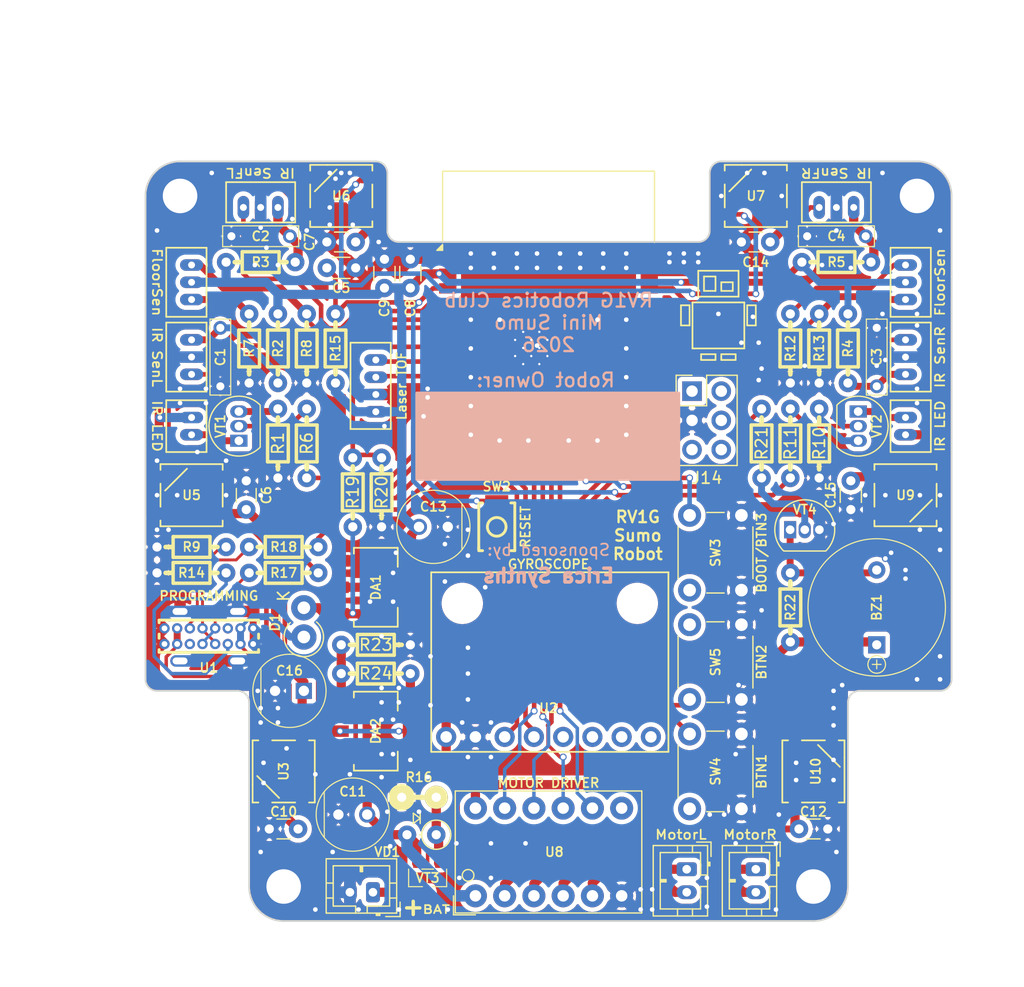
<source format=kicad_pcb>
(kicad_pcb (version 20241229) (generator "pcbnew") (generator_version "9.0")
  (layers (0 "F.Cu" signal) (2 "B.Cu" signal) (13 "F.Paste" user) (15 "B.Paste" user) (5 "F.SilkS" user "F.Silkscreen") (7 "B.SilkS" user "B.Silkscreen") (1 "F.Mask" user) (3 "B.Mask" user) (25 "Edge.Cuts" user))
  (net 0 "")
  (net 1 "GND")
  (net 2 "+3V3")
  (net 3 "Net-(BZ1--)")
  (net 4 "Net-(J4-Pin_3)")
  (net 5 "Net-(DA2-ADJ)")
  (net 6 "FLR_SENSOR_1")
  (net 7 "Net-(J8-Pin_1)")
  (net 8 "FLR_SENSOR_2")
  (net 9 "V_BAT")
  (net 10 "IR_38KHZ")
  (net 11 "V_LED")
  (net 12 "Net-(J12-Pin_1)")
  (net 13 "Net-(J13-Pin_1)")
  (net 14 "ADC_BAT")
  (net 15 "IR_SENSOR_2")
  (net 16 "IR_SENSOR_1")
  (net 17 "IR_SENSOR_4")
  (net 18 "/MOTOR1_1")
  (net 19 "/MOTOR1_2")
  (net 20 "/MOTOR2_2")
  (net 21 "/MOTOR2_1")
  (net 22 "LED_DATA")
  (net 23 "/GYRO_INT")
  (net 24 "BUZZER")
  (net 25 "BUTTON1")
  (net 26 "BUTTON2")
  (net 27 "/GYRO_SCL")
  (net 28 "/GYRO_SDA")
  (net 29 "/LASER_SCL")
  (net 30 "/LASER_SDA")
  (net 31 "/BOOT")
  (net 32 "+5V")
  (net 33 "/EN")
  (net 34 "IR_SENSOR_3")
  (net 35 "Net-(U5-DOUT)")
  (net 36 "Net-(U6-DOUT)")
  (net 37 "/RXD")
  (net 38 "/TXD")
  (net 39 "Net-(J1-Pin_3)")
  (net 40 "Net-(J2-Pin_3)")
  (net 41 "/USB_DP")
  (net 42 "/USB_DM")
  (net 43 "Net-(J3-Pin_3)")
  (net 44 "Net-(J5-Pin_1)")
  (net 45 "Net-(J6-Pin_1)")
  (net 46 "Net-(J7-Pin_1)")
  (net 47 "Net-(J11-Pin_1)")
  (net 48 "Net-(J12-Pin_2)")
  (net 49 "Net-(J13-Pin_2)")
  (net 50 "Net-(VT1-E)")
  (net 51 "Net-(VT1-B)")
  (net 52 "Net-(U1-CC1)")
  (net 53 "Net-(VT2-E)")
  (net 54 "Net-(VT2-B)")
  (net 55 "Net-(U1-CC2)")
  (net 56 "Net-(VD1-A)")
  (net 57 "Net-(U4-USB_D-)")
  (net 58 "Net-(U4-USB_D+)")
  (net 59 "Net-(VT4-B)")
  (net 65 "Net-(U3-DOUT)")
  (net 66 "Net-(U10-DIN)")
  (net 68 "unconnected-(U4-IO36-Pad29)")
  (net 74 "Net-(U7-DOUT)")
  (net 78 "/GPIO39")
  (net 79 "/GPIO40")
  (net 80 "/GPIO38")
  (net 81 "/GPIO41")
  (footprint "janis:WS2812B" (layer "F.Cu") (at 97 87 -90)
    (property "Reference" "U3")
    (property "Value" "WS2812B")
  )
  (footprint "janis:WS2812B" (layer "F.Cu") (at 89 63 180)
    (property "Reference" "U5")
    (property "Value" "WS2812B")
  )
  (footprint "janis:WS2812B" (layer "F.Cu") (at 138 37 180)
    (property "Reference" "U7")
    (property "Value" "WS2812B")
  )
  (footprint "janis:JST-B3B-ZR" (layer "F.Cu") (at 89 44.5 90)
    (property "Reference" "J6" (hide yes))
    (property "Value" "Floor Sensor 1")
  )
  (footprint "Connector_JST:JST_PH_B2B-PH-K_1x02_P2.00mm_Vertical" (layer "F.Cu") (at 132 95.5 -90)
    (property "Reference" "J13" (hide yes))
    (property "Value" "MOTOR2")
  )
  (footprint "active:SOT-23" (layer "F.Cu") (at 109.5 96.25 180)
    (property "Reference" "VT3")
    (property "Value" "FDN360P")
  )
  (footprint "Diodes_THT:D_DO-35_SOD27_P2.54mm_Vertical_AnodeUp" (layer "F.Cu") (at 110.25 92.5 180)
    (property "Reference" "VD1")
    (property "Value" "4v7")
  )
  (footprint "janis:R_W8_THT_Hor_6mm" (layer "F.Cu") (at 99 58.5 -90)
    (property "Reference" "R6")
    (property "Value" "1k" (hide yes))
  )
  (footprint "active:SOT-223" (layer "F.Cu") (at 105 83.5 -90)
    (property "Reference" "DA2")
    (property "Value" "LM1117-ADJ")
  )
  (footprint "Capacitors_THT:C_Disc_D3.0mm_W1.6mm_P2.50mm" (layer "F.Cu") (at 103.25 41 180)
    (property "Reference" "C7")
    (property "Value" "0.1uF")
  )
  (footprint "connectors:1PIN" (layer "F.Cu") (at 88 37)
    (property "Reference" "X**" (hide yes))
    (property "Value" "1PIN" (hide yes))
  )
  (footprint "connectors:1PIN" (layer "F.Cu") (at 152 37)
    (property "Reference" "X**" (hide yes))
    (property "Value" "1PIN" (hide yes))
  )
  (footprint "janis:R_W8_THT_Hor_6mm" (layer "F.Cu") (at 96.5 50.25 90)
    (property "Reference" "R2")
    (property "Value" "100R" (hide yes))
  )
  (footprint "janis:R_W8_THT_Hor_6mm" (layer "F.Cu") (at 145 42.75 180)
    (property "Reference" "R5")
    (property "Value" "100R" (hide yes))
  )
  (footprint "janis:C-5mm" (layer "F.Cu") (at 95 40.5 180)
    (property "Reference" "C2")
    (property "Value" "0.47uF" (hide yes))
  )
  (footprint "janis:C-5mm" (layer "F.Cu") (at 91.5 51 -90)
    (property "Reference" "C1")
    (property "Value" "0.47uF" (hide yes))
  )
  (footprint "janis:C-5mm" (layer "F.Cu") (at 145 40.5 180)
    (property "Reference" "C4")
    (property "Value" "0.47uF" (hide yes))
  )
  (footprint "janis:R_W8_THT_Hor_6mm" (layer "F.Cu") (at 94 50.25 90)
    (property "Reference" "R7")
    (property "Value" "330R" (hide yes))
  )
  (footprint "janis:R_W8_THT_Hor_6mm" (layer "F.Cu") (at 96.5 58.5 90)
    (property "Reference" "R1")
    (property "Value" "330R" (hide yes))
  )
  (footprint "passive:CE63x25" (layer "F.Cu") (at 110 65.75)
    (property "Reference" "C13")
    (property "Value" "10uF" (hide yes))
  )
  (footprint "passive:CE63x25" (layer "F.Cu") (at 103 90.75 180)
    (property "Reference" "C11")
    (property "Value" "10uF" (hide yes))
  )
  (footprint "passive:CE63x25" (layer "F.Cu") (at 97.5 80 180)
    (property "Reference" "C16")
    (property "Value" "10uF" (hide yes))
  )
  (footprint "active:SOT-223" (layer "F.Cu") (at 105 71 -90)
    (property "Reference" "DA1")
    (property "Value" "LM1117-3V3")
  )
  (footprint "Package_TO_SOT_THT:TO-92_Inline" (layer "F.Cu") (at 93.11 58.27 90)
    (property "Reference" "VT1")
    (property "Value" "BC337")
  )
  (footprint "janis:JST-B3B-ZR" (layer "F.Cu") (at 95 38)
    (property "Reference" "J2" (hide yes))
    (property "Value" "IR Sensor 2")
  )
  (footprint "janis:JST-B3B-ZR" (layer "F.Cu") (at 145 38)
    (property "Reference" "J4" (hide yes))
    (property "Value" "IR Sensor 4")
  )
  (footprint "janis:JST-B2B-ZR" (layer "F.Cu") (at 89 57 90)
    (property "Reference" "J5" (hide yes))
    (property "Value" "IR LED")
  )
  (footprint "Capacitors_THT:C_Disc_D3.0mm_W1.6mm_P2.50mm" (layer "F.Cu") (at 141.75 92)
    (property "Reference" "C12")
    (property "Value" "0.1uF")
  )
  (footprint "janis:WS2812B" (layer "F.Cu") (at 102 37 180)
    (property "Reference" "U6")
    (property "Value" "WS2812B")
  )
  (footprint "connectors:1PIN" (layer "F.Cu") (at 143 97)
    (property "Reference" "X**" (hide yes))
    (property "Value" "1PIN" (hide yes))
  )
  (footprint "Connector_JST:JST_PH_B2B-PH-K_1x02_P2.00mm_Vertical" (layer "F.Cu") (at 104.75 97.5 180)
    (property "Reference" "J11" (hide yes))
    (property "Value" "BATTERY")
  )
  (footprint "connectors:1PIN" (layer "F.Cu") (at 97 97)
    (property "Reference" "X**" (hide yes))
    (property "Value" "1PIN" (hide yes))
  )
  (footprint "electromechanics:Beeper_12xx" (layer "F.Cu") (at 148.5 72.75 90)
    (property "Reference" "BZ1")
    (property "Value" "Buzzer")
  )
  (footprint "janis:JST-B3B-ZR" (layer "F.Cu") (at 89 51 90)
    (property "Reference" "J1" (hide yes))
    (property "Value" "IR Sensor 1")
  )
  (footprint "Capacitors_THT:C_Disc_D3.0mm_W1.6mm_P2.50mm" (layer "F.Cu") (at 139.25 41 180)
    (property "Reference" "C14")
    (property "Value" "0.1uF")
  )
  (footprint "janis:WS2812B" (layer "F.Cu") (at 143 87 90)
    (property "Reference" "U10")
    (property "Value" "WS2812B")
  )
  (footprint "janis:R_W8_THT_Hor_6mm" (layer "F.Cu") (at 99 50.25 90)
    (property "Reference" "R8")
    (property "Value" "10k" (hide yes))
  )
  (footprint "janis:R_W8_THT_Hor_6mm" (layer "F.Cu") (at 141 72.75 90)
    (property "Reference" "R22")
    (property "Value" "10k" (hide yes))
  )
  (footprint "janis:DRV8837_MODULE" (layer "F.Cu") (at 120 94 90)
    (property "Reference" "U8")
    (property "Value" "DRV8837_MODULE")
  )
  (footprint "Connector_JST:JST_PH_B2B-PH-K_1x02_P2.00mm_Vertical" (layer "F.Cu") (at 138 95.5 -90)
    (property "Reference" "J12" (hide yes))
    (property "Value" "MOTOR1")
  )
  (footprint "janis:MPU6050" (layer "F.Cu") (at 120 84)
    (property "Reference" "U2")
    (property "Value" "MPU6050_MOD")
  )
  (footprint "passive:R_W8_THT_Vert" (layer "F.Cu") (at 107.25 89.25)
    (property "Reference" "R16")
    (property "Value" "10k" (hide yes))
  )
  (footprint "Capacitors_THT:C_Disc_D3.0mm_W1.6mm_P2.50mm" (layer "F.Cu") (at 98.25 92 180)
    (property "Reference" "C10")
    (property "Value" "0.1uF")
  )
  (footprint "janis:R_W8_THT_Hor_6mm" (layer "F.Cu") (at 105 76 180)
    (property "Reference" "R23")
    (property "Value" "1k" (hide yes))
  )
  (footprint "Package_TO_SOT_THT:TO-92_Inline" (layer "F.Cu") (at 140.98 66)
    (property "Reference" "VT4")
    (property "Value" "BC337")
  )
  (footprint "janis:R_W8_THT_Hor_6mm" (layer "F.Cu") (at 138.5 58.5 -90)
    (property "Reference" "R21")
    (property "Value" "1k" (hide yes))
  )
  (footprint "janis:R_W8_THT_Hor_6mm" (layer "F.Cu") (at 105 78.5)
    (property "Reference" "R24")
    (property "Value" "470R" (hide yes))
  )
  (footprint "Capacitors_THT:C_Disc_D3.0mm_W1.6mm_P2.50mm" (layer "F.Cu") (at 93.75 64.25 90)
    (property "Reference" "C6")
    (property "Value" "0.1uF")
  )
  (footprint "janis:R_W8_THT_Hor_6mm" (layer "F.Cu") (at 103 62.75 -90)
    (property "Reference" "R19")
    (property "Value" "10k" (hide yes))
  )
  (footprint "Capacitor_THT:C_Disc_D3.0mm_W1.6mm_P2.50mm" (layer "F.Cu") (at 108 45 90)
    (property "Reference" "C8")
    (property "Value" "0.1uF")
  )
  (footprint "Capacitor_THT:C_Disc_D3.0mm_W1.6mm_P2.50mm" (layer "F.Cu") (at 105.75 45 90)
    (property "Reference" "C9")
    (property "Value" "0.1uF")
  )
  (footprint "janis:C-5mm" (layer "F.Cu") (at 148.5 51 90)
    (property "Reference" "C3")
    (property "Value" "0.47uF" (hide yes))
  )
  (footprint "janis:R_W8_THT_Hor_6mm" (layer "F.Cu") (at 141 58.5 -90)
    (property "Reference" "R11")
    (property "Value" "1k" (hide yes))
  )
  (footprint "Package_TO_SOT_THT:TO-92_Inline" (layer "F.Cu") (at 146.89 55.73 -90)
    (property "Reference" "VT2")
    (property "Value" "BC337")
  )
  (footprint "janis:WS2812B" (layer "F.Cu") (at 151 63)
    (property "Reference" "U9")
    (property "Value" "WS2812B")
  )
  (footprint "janis:R_W8_THT_Hor_6mm" (layer "F.Cu") (at 143.5 58.5 90)
    (property "Reference" "R10")
    (property "Value" "330R" (hide yes))
  )
  (footprint "janis:R_W8_THT_Hor_6mm" (layer "F.Cu") (at 146 50.25 90)
    (property "Reference" "R4")
    (property "Value" "100R" (hide yes))
  )
  (footprint "janis:R_W8_THT_Hor_6mm" (layer "F.Cu") (at 141 50.25 90)
    (property "Reference" "R12")
    (property "Value" "330R" (hide yes))
  )
  (footprint "janis:R_W8_THT_Hor_6mm" (layer "F.Cu") (at 143.5 50.25 90)
    (property "Reference" "R13")
    (property "Value" "10k" (hide yes))
  )
  (footprint "janis:JST-B3B-ZR" (layer "F.Cu") (at 151 44.5 -90)
    (property "Reference" "J8" (hide yes))
    (property "Value" "Floor Sensor 2")
  )
  (footprint "janis:JST-B3B-ZR" (layer "F.Cu") (at 151 51 -90)
    (property "Reference" "J3" (hide yes))
    (property "Value" "IR Sensor 5")
  )
  (footprint "janis:JST-B2B-ZR" (layer "F.Cu") (at 151 57 -90)
    (property "Reference" "J7" (hide yes))
    (property "Value" "IR LED")
  )
  (footprint "Capacitor_THT:C_Disc_D3.0mm_W1.6mm_P2.50mm" (layer "F.Cu") (at 146.25 61.75 -90)
    (property "Reference" "C15")
    (property "Value" "0.1uF")
  )
  (footprint "janis:R_W8_THT_Hor_6mm" (layer "F.Cu") (at 95 42.75 180)
    (property "Reference" "R3")
    (property "Value" "100R" (hide yes))
  )
  (footprint "janis:R_W8_THT_Hor_6mm" (layer "F.Cu") (at 105.5 62.75 90)
    (property "Reference" "R20")
    (property "Value" "10k" (hide yes))
  )
  (footprint "janis:JST-B4B-ZR" (layer "F.Cu") (at 105 53.5 90)
    (property "Reference" "J9" (hide yes))
    (property "Value" "Conn_01x04")
  )
  (footprint "easyeda2kicad:SW-SMD_TS1185A26020" (layer "F.Cu") (at 115.5 65.75 -90)
    (property "Reference" "SW2")
    (property "Value" "TS1185A26020")
  )
  (footprint "easyeda2kicad:USB-C-TH_HANBO_MC-118LD-H65" (layer "F.Cu") (at 90.5 75.25)
    (property "Reference" "U1")
    (property "Value" "MC-118LD-H65")
  )
  (footprint "Diode_THT:D_DO-41_SOD81_P2.54mm_Vertical_KathodeUp" (layer "F.Cu") (at 98.75 72.781766 -90)
    (property "Reference" "D1")
    (property "Value" "1N5819")
  )
  (footprint "RF_Module:ESP32-S3-WROOM-1" (layer "F.Cu") (at 120 47.75)
    (property "Reference" "U4")
    (property "Value" "ESP32-S3-WROOM-1")
  )
  (footprint "Button_Switch_THT:SW_PUSH_6mm_H5mm" (layer "F.Cu") (at 132.25 71.25 90)
    (property "Reference" "SW3")
    (property "Value" "SW_Push")
  )
  (footprint "janis:R_W8_THT_Hor_6mm" (layer "F.Cu") (at 89 69.75)
    (property "Reference" "R14")
    (property "Value" "5k1" (hide yes))
  )
  (footprint "Button_Switch_THT:SW_PUSH_6mm_H5mm" (layer "F.Cu") (at 132.25 80.75 90)
    (property "Reference" "SW5")
    (property "Value" "SW_Push")
  )
  (footprint "Capacitor_THT:C_Disc_D3.0mm_W1.6mm_P2.50mm" (layer "F.Cu") (at 100.75 43.25)
    (property "Reference" "C5")
    (property "Value" "0.1uF")
  )
  (footprint "Button_Switch_THT:SW_PUSH_6mm_H5mm" (layer "F.Cu") (at 132.25 90.25 90)
    (property "Reference" "SW4")
    (property "Value" "SW_Push")
  )
  (footprint "janis:R_W8_THT_Hor_6mm" (layer "F.Cu") (at 97 69.75 180)
    (property "Reference" "R17")
    (property "Value" "33R" (hide yes))
  )
  (footprint "Connector_PinHeader_2.54mm:PinHeader_2x03_P2.54mm_Vertical" (layer "F.Cu") (at 132.46 53.96)
    (property "Reference" "J14")
    (property "Value" "Conn_02x03_Counter_Clockwise")
  )
  (footprint "janis:R_W8_THT_Hor_6mm" (layer "F.Cu") (at 101.5 50.25 -90)
    (property "Reference" "R15")
    (property "Value" "10k" (hide yes))
  )
  (footprint "janis:R_W8_THT_Hor_6mm" (layer "F.Cu") (at 89 67.5)
    (property "Reference" "R9")
    (property "Value" "5k1" (hide yes))
  )
  (footprint "janis:R_W8_THT_Hor_6mm" (layer "F.Cu") (at 97 67.5 180)
    (property "Reference" "R18")
    (property "Value" "33R" (hide yes))
  )
  (gr_line (start 134.5 44) (end 133.5 44) (stroke (width 0.15)) (layer "F.SilkS"))
  (gr_line (start 136 44.5) (end 135 44.5) (stroke (width 0.15)) (layer "F.SilkS"))
  (gr_line (start 136.5 43.5) (end 133 43.5) (stroke (width 0.15)) (layer "F.SilkS"))
  (gr_line (start 132.5 50.25) (end 132.5 46.25) (stroke (width 0.15)) (layer "F.SilkS"))
  (gr_line (start 138 46.5) (end 137.25 46.5) (stroke (width 0.15)) (layer "F.SilkS"))
  (gr_line (start 132.25 48.25) (end 132.25 46.5) (stroke (width 0.15)) (layer "F.SilkS"))
  (gr_line (start 133.25 51.25) (end 133.25 50.75) (stroke (width 0.15)) (layer "F.SilkS"))
  (gr_line (start 135 51.25) (end 135 50.75) (stroke (width 0.15)) (layer "F.SilkS"))
  (gr_line (start 135 45.25) (end 136 45.25) (stroke (width 0.15)) (layer "F.SilkS"))
  (gr_line (start 133 45.75) (end 136.5 45.75) (stroke (width 0.15)) (layer "F.SilkS"))
  (gr_line (start 137.25 46.5) (end 137.25 48.25) (stroke (width 0.15)) (layer "F.SilkS"))
  (gr_line (start 134.5 51.25) (end 133.25 51.25) (stroke (width 0.15)) (layer "F.SilkS"))
  (gr_line (start 133.5 44) (end 133.5 45.25) (stroke (width 0.15)) (layer "F.SilkS"))
  (gr_line (start 136 45.25) (end 136 44.5) (stroke (width 0.15)) (layer "F.SilkS"))
  (gr_line (start 136.5 45.75) (end 136.5 43.5) (stroke (width 0.15)) (layer "F.SilkS"))
  (gr_line (start 132.5 46.25) (end 137 46.25) (stroke (width 0.15)) (layer "F.SilkS"))
  (gr_line (start 133 43.5) (end 133 45.75) (stroke (width 0.15)) (layer "F.SilkS"))
  (gr_line (start 134.5 50.75) (end 134.5 51.25) (stroke (width 0.15)) (layer "F.SilkS"))
  (gr_line (start 135 44.5) (end 135 45.25) (stroke (width 0.15)) (layer "F.SilkS"))
  (gr_line (start 137 46.25) (end 137 50.25) (stroke (width 0.15)) (layer "F.SilkS"))
  (gr_line (start 136.25 50.75) (end 136.25 51.25) (stroke (width 0.15)) (layer "F.SilkS"))
  (gr_line (start 136.25 51.25) (end 135 51.25) (stroke (width 0.15)) (layer "F.SilkS"))
  (gr_line (start 134.5 45.25) (end 134.5 44) (stroke (width 0.15)) (layer "F.SilkS"))
  (gr_line (start 137.25 48.25) (end 138 48.25) (stroke (width 0.15)) (layer "F.SilkS"))
  (gr_line (start 132.25 46.5) (end 131.5 46.5) (stroke (width 0.15)) (layer "F.SilkS"))
  (gr_line (start 133.25 50.75) (end 134.5 50.75) (stroke (width 0.15)) (layer "F.SilkS"))
  (gr_line (start 131.5 48.25) (end 132.25 48.25) (stroke (width 0.15)) (layer "F.SilkS"))
  (gr_line (start 131.5 46.5) (end 131.5 48.25) (stroke (width 0.15)) (layer "F.SilkS"))
  (gr_line (start 138 48.25) (end 138 46.5) (stroke (width 0.15)) (layer "F.SilkS"))
  (gr_line (start 135 50.75) (end 136.25 50.75) (stroke (width 0.15)) (layer "F.SilkS"))
  (gr_line (start 137 50.25) (end 132.5 50.25) (stroke (width 0.15)) (layer "F.SilkS"))
  (gr_line (start 133.5 45.25) (end 134.5 45.25) (stroke (width 0.15)) (layer "F.SilkS"))
  (gr_line (start 85 79) (end 85 65) (stroke (width 0.15)) (layer "Edge.Cuts"))
  (gr_line (start 106 40) (end 106 35) (stroke (width 0.15)) (layer "Edge.Cuts"))
  (gr_line (start 155 44) (end 155 79) (stroke (width 0.15)) (layer "Edge.Cuts"))
  (gr_line (start 155 37) (end 155 44) (stroke (width 0.15)) (layer "Edge.Cuts"))
  (gr_line (start 134 35) (end 134 40) (stroke (width 0.15)) (layer "Edge.Cuts"))
  (gr_arc (start 93 80) (mid 93.707107 80.292893) (end 94 81) (stroke (width 0.15)) (layer "Edge.Cuts"))
  (gr_arc (start 86 80) (mid 85.292893 79.707107) (end 85 79) (stroke (width 0.15)) (layer "Edge.Cuts"))
  (gr_line (start 133 41) (end 107 41) (stroke (width 0.15)) (layer "Edge.Cuts"))
  (gr_line (start 147 80) (end 154 80) (stroke (width 0.15)) (layer "Edge.Cuts"))
  (gr_arc (start 155 79) (mid 154.707107 79.707107) (end 154 80) (stroke (width 0.15)) (layer "Edge.Cuts"))
  (gr_line (start 94 81) (end 94 97) (stroke (width 0.15)) (layer "Edge.Cuts"))
  (gr_arc (start 85 37) (mid 85.87868 34.87868) (end 88 34) (stroke (width 0.15)) (layer "Edge.Cuts"))
  (gr_arc (start 107 41) (mid 106.292893 40.707107) (end 106 40) (stroke (width 0.15)) (layer "Edge.Cuts"))
  (gr_arc (start 97 100) (mid 94.87868 99.12132) (end 94 97) (stroke (width 0.15)) (layer "Edge.Cuts"))
  (gr_arc (start 134 35) (mid 134.292893 34.292893) (end 135 34) (stroke (width 0.15)) (layer "Edge.Cuts"))
  (gr_arc (start 146 81) (mid 146.292893 80.292893) (end 147 80) (stroke (width 0.15)) (layer "Edge.Cuts"))
  (gr_arc (start 152 34) (mid 154.12132 34.87868) (end 155 37) (stroke (width 0.15)) (layer "Edge.Cuts"))
  (gr_line (start 85 37) (end 85 65) (stroke (width 0.15)) (layer "Edge.Cuts"))
  (gr_line (start 93 80) (end 86 80) (stroke (width 0.15)) (layer "Edge.Cuts"))
  (gr_arc (start 146 97) (mid 145.12132 99.12132) (end 143 100) (stroke (width 0.15)) (layer "Edge.Cuts"))
  (gr_arc (start 134 40) (mid 133.707107 40.707107) (end 133 41) (stroke (width 0.15)) (layer "Edge.Cuts"))
  (gr_line (start 88 34) (end 105 34) (stroke (width 0.15)) (layer "Edge.Cuts"))
  (gr_line (start 146 81) (end 146 97) (stroke (width 0.15)) (layer "Edge.Cuts"))
  (gr_line (start 143 100) (end 97 100) (stroke (width 0.15)) (layer "Edge.Cuts"))
  (gr_arc (start 105 34) (mid 105.707107 34.292893) (end 106 35) (stroke (width 0.15)) (layer "Edge.Cuts"))
  (gr_line (start 152 34) (end 135 34) (stroke (width 0.15)) (layer "Edge.Cuts"))
  (gr_text "MotorR" (at 137.5 92.5 0) (layer "F.SilkS") (effects (font (size 0.8 0.9))))
  (gr_text "FloorSen" (at 86 44.5 270) (layer "F.SilkS") (effects (font (size 0.8 0.9))))
  (gr_text "IR SenFL" (at 95 35 180) (layer "F.SilkS") (effects (font (size 0.8 0.9))))
  (gr_text "IR SenFR" (at 145 35 180) (layer "F.SilkS") (effects (font (size 0.8 0.9))))
  (gr_text "IR SenL" (at 86 51 270) (layer "F.SilkS") (effects (font (size 0.8 0.9))))
  (gr_text "IR LED" (at 86 57 270) (layer "F.SilkS") (effects (font (size 0.8 0.9))))
  (gr_text "BTN2" (at 138.5 77.5 90) (layer "F.SilkS") (effects (font (size 0.8 0.8))))
  (gr_text "BTN1" (at 138.5 87 90) (layer "F.SilkS") (effects (font (size 0.8 0.8))))
  (gr_text "GYROSCOPE" (at 120 69 0) (layer "F.SilkS") (effects (font (size 0.8 0.8))))
  (gr_text "MOTOR DRIVER" (at 120 88 0) (layer "F.SilkS") (effects (font (size 0.8 0.8))))
  (gr_text "BAT" (at 110.25 99 0) (layer "F.SilkS") (effects (font (size 0.7 0.9))))
  (gr_text "IR SenR" (at 154 51 90) (layer "F.SilkS") (effects (font (size 0.8 0.9))))
  (gr_text "IR LED" (at 154 57 90) (layer "F.SilkS") (effects (font (size 0.8 0.9))))
  (gr_text "FloorSen" (at 154 44.5 90) (layer "F.SilkS") (effects (font (size 0.8 0.9))))
  (gr_text "PROGRAMMING" (at 90.5 71.75 0) (layer "F.SilkS") (effects (font (size 0.8 0.8))))
  (gr_text "Laser TOF" (at 107.25 53.5 90) (layer "F.SilkS") (effects (font (size 0.8 0.8))))
  (gr_text "RESET" (at 118 65.75 90) (layer "F.SilkS") (effects (font (size 0.8 0.8))))
  (gr_text "RV1G\nSumo\nRobot" (at 127.75 66.5 0) (layer "F.SilkS") (effects (font (size 1 1) (thickness 0.2) (bold yes))))
  (gr_text "MotorL" (at 131.5 92.5 0) (layer "F.SilkS") (effects (font (size 0.8 0.9))))
  (gr_text "BOOT/BTN3" (at 138.5 68 90) (layer "F.SilkS") (effects (font (size 0.8 0.8))))
  (gr_text "+" (at 108.25 98.75 0) (layer "F.SilkS") (effects (font (size 1.5 1.5) (thickness 0.3))))
  (gr_text "Robot Owner:" (at 119.75 53 0) (layer "B.SilkS") (effects (font (size 1.2 1.2) (thickness 0.2)) (justify mirror)))
  (gr_text "Sponsored by:" (at 120 67.75 0) (layer "B.SilkS") (effects (font (size 1 1)) (justify mirror)))
  (gr_text "Erica Synths" (at 120 70 0) (layer "B.SilkS") (effects (font (size 1.2 1.2) (thickness 0.3)) (justify mirror)))
  (gr_text "RV1G Robotics Club\nMini Sumo\n2026" (at 120 48 0) (layer "B.SilkS") (effects (font (size 1.2 1.2) (thickness 0.2)) (justify mirror)))
  (segment (start 89 51) (end 89.808528 51) (width 0.6) (layer "F.Cu") (net 1))
  (segment (start 106 42.5) (end 108 42.5) (width 0.8) (layer "F.Cu") (net 1))
  (segment (start 94.752 76.332) (end 94.752 78.502) (width 0.4) (layer "F.Cu") (net 1))
  (segment (start 94.35 75.93) (end 94.752 76.332) (width 0.4) (layer "F.Cu") (net 1))
  (segment (start 94.35 74.57) (end 94.35 75.93) (width 0.6) (layer "F.Cu") (net 1))
  (segment (start 111.5 42.5) (end 108 42.5) (width 0.8) (layer "F.Cu") (net 1))
  (segment (start 94.1 73.1) (end 93 73.1) (width 0.6) (layer "F.Cu") (net 1))
  (segment (start 94.35 74.57) (end 94.35 73.35) (width 0.6) (layer "F.Cu") (net 1))
  (segment (start 94.35 73.35) (end 94.1 73.1) (width 0.6) (layer "F.Cu") (net 1))
  (segment (start 94.752 78.502) (end 96.25 80) (width 0.4) (layer "F.Cu") (net 1))
  (via (at 90.75 35) (size 0.6) (drill 0.4) (layers "F.Cu" "B.Cu") (net 1))
  (via (at 139.75 99) (size 0.6) (drill 0.4) (layers "F.Cu" "B.Cu") (net 1))
  (via (at 87 66) (size 0.6) (drill 0.4) (layers "F.Cu" "B.Cu") (net 1))
  (via (at 152 53.75) (size 0.6) (drill 0.4) (layers "F.Cu" "B.Cu") (net 1))
  (via (at 122.75 43.25) (size 0.6) (drill 0.4) (layers "F.Cu" "B.Cu") (net 1))
  (via (at 95.25 86.25) (size 0.6) (drill 0.4) (layers "F.Cu" "B.Cu") (net 1))
  (via (at 136.5 79.5) (size 0.6) (drill 0.4) (layers "F.Cu" "B.Cu") (net 1))
  (via (at 124.25 47.75) (size 0.6) (drill 0.4) (layers "F.Cu" "B.Cu") (net 1))
  (via (at 105.5 81) (size 0.6) (drill 0.4) (layers "F.Cu" "B.Cu") (net 1))
  (via (at 95.25 88) (size 0.6) (drill 0.4) (layers "F.Cu" "B.Cu") (net 1))
  (via (at 154 40) (size 0.6) (drill 0.4) (layers "F.Cu" "B.Cu") (net 1))
  (via (at 135.25 90.75) (size 0.6) (drill 0.4) (layers "F.Cu" "B.Cu") (net 1))
  (via (at 112.5 82.75) (size 0.6) (drill 0.4) (layers "F.Cu" "B.Cu") (net 1))
  (via (at 137.25 35) (size 0.6) (drill 0.4) (layers "F.Cu" "B.Cu") (net 1))
  (via (at 107 81) (size 0.6) (drill 0.4) (layers "F.Cu" "B.Cu") (net 1))
  (via (at 131.75 42) (size 0.6) (drill 0.4) (layers "F.Cu" "B.Cu") (net 1))
  (via (at 126.75 57.75) (size 0.6) (drill 0.4) (layers "F.Cu" "B.Cu") (net 1))
  (via (at 101.25 94) (size 0.6) (drill 0.4) (layers "F.Cu" "B.Cu") (net 1))
  (via (at 134 90.75) (size 0.6) (drill 0.4) (layers "F.Cu" "B.Cu") (net 1))
  (via (at 113 68.25) (size 0.6) (drill 0.4) (layers "F.Cu" "B.Cu") (net 1))
  (via (at 115 96.25) (size 0.6) (drill 0.4) (layers "F.Cu" "B.Cu") (net 1))
  (via (at 88 55) (size 0.6) (drill 0.4) (layers "F.Cu" "B.Cu") (net 1))
  (via (at 115.75 58.25) (size 0.6) (drill 0.4) (layers "F.Cu" "B.Cu") (net 1))
  (via (at 149.25 68.5) (size 0.6) (drill 0.4) (layers "F.Cu" "B.Cu") (net 1))
  (via (at 103.5 99) (size 0.6) (drill 0.4) (layers "F.Cu" "B.Cu") (net 1))
  (via (at 144.75 86) (size 0.6) (drill 0.4) (layers "F.Cu" "B.Cu") (net 1))
  (via (at 146.25 43.25) (size 0.6) (drill 0.4) (layers "F.Cu" "B.Cu") (net 1))
  (via (at 138.25 49.75) (size 0.6) (drill 0.4) (layers "F.Cu" "B.Cu") (net 1))
  (via (at 154 79) (size 0.6) (drill 0.4) (layers "F.Cu" "B.Cu") (net 1))
  (via (at 126.75 43.25) (size 0.6) (drill 0.4) (layers "F.Cu" "B.Cu") (net 1))
  (via (at 140 90.75) (size 0.6) (drill 0.4) (layers "F.Cu" "B.Cu") (net 1))
  (via (at 86 40) (size 0.6) (drill 0.4) (layers "F.Cu" "B.Cu") (net 1))
  (via (at 131.75 42.75) (size 0.6) (drill 0.4) (layers "F.Cu" "B.Cu") (net 1))
  (via (at 144.75 80) (size 0.6) (drill 0.4) (layers "F.Cu" "B.Cu") (net 1))
  (via (at 144.75 62.5) (size 0.6) (drill 0.4) (layers "F.Cu" "B.Cu") (net 1))
  (via (at 88 53.75) (size 0.6) (drill 0.4) (layers "F.Cu" "B.Cu") (net 1))
  (via (at 92 60) (size 0.6) (drill 0.4) (layers "F.Cu" "B.Cu") (net 1))
  (via (at 119 42) (size 0.6) (drill 0.4) (layers "F.Cu" "B.Cu") (net 1))
  (via (at 121 42) (size 0.6) (drill 0.4) (layers "F.Cu" "B.Cu") (net 1))
  (via (at 101 39.5) (size 0.6) (drill 0.4) (layers "F.Cu" "B.Cu") (net 1))
  (via (at 130.5 42.75) (size 0.6) (drill 0.4) (layers "F.Cu" "B.Cu") (net 1))
  (via (at 109.75 81.25) (size 0.6) (drill 0.4) (layers "F.Cu" "B.Cu") (net 1))
  (via (at 154 77) (size 0.6) (drill 0.4) (layers "F.Cu" "B.Cu") (net 1))
  (via (at 90.25 53.75) (size 0.6) (drill 0.4) (layers "F.Cu" "B.Cu") (net 1))
  (via (at 152 55) (size 0.6) (drill 0.4) (layers "F.Cu" "B.Cu") (net 1))
  (via (at 126.75 52.75) (size 0.6) (drill 0.4) (layers "F.Cu" "B.Cu") (net 1))
  (via (at 86 63) (size 0.6) (drill 0.4) (layers "F.Cu" "B.Cu") (net 1))
  (via (at 133 42) (size 0.6) (drill 0.4) (layers "F.Cu" "B.Cu") (net 1))
  (via (at 106.5 82.5) (size 0.6) (drill 0.4) (layers "F.Cu" "B.Cu") (net 1))
  (via (at 104.5 72.25) (size 0.6) (drill 0.4) (layers "F.Cu" "B.Cu") (net 1))
  (via (at 97.75 39) (size 0.6) (drill 0.4) (layers "F.Cu" "B.Cu") (net 1))
  (via (at 136.25 85.5) (size 0.6) (drill 0.4) (layers "F.Cu" "B.Cu") (net 1))
  (via (at 113 85.75) (size 0.6) (drill 0.4) (layers "F.Cu" "B.Cu") (net 1))
  (via (at 121 43.25) (size 0.6) (drill 0.4) (layers "F.Cu" "B.Cu") (net 1))
  (via (at 113 76.25) (size 0.6) (drill 0.4) (layers "F.Cu" "B.Cu") (net 1))
  (via (at 152.25 66) (size 0.6) (drill 0.4) (layers "F.Cu" "B.Cu") (net 1))
  (via (at 108.75 90.5) (size 0.6) (drill 0.4) (layers "F.Cu" "B.Cu") (net 1))
  (via (at 149.25 63) (size 0.6) (drill 0.4) (layers "F.Cu" "B.Cu") (net 1))
  (via (at 138.5 73) (size 0.6) (drill 0.4) (layers "F.Cu" "B.Cu") (net 1))
  (via (at 111.25 99) (size 0.6) (drill 0.4) (layers "F.Cu" "B.Cu") (net 1))
  (via (at 148.5 51.75) (size 0.6) (drill 0.4) (layers "F.Cu" "B.Cu") (net 1))
  (via (at 108 86) (size 0.6) (drill 0.4) (layers "F.Cu" "B.Cu") (net 1))
  (via (at 109.75 77) (size 0.6) (drill 0.4) (layers "F.Cu" "B.Cu") (net 1))
  (via (at 115.25 43.25) (size 0.6) (drill 0.4) (layers "F.Cu" "B.Cu") (net 1))
  (via (at 113.25 47.75) (size 0.6) (drill 0.4) (layers "F.Cu" "B.Cu") (net 1))
  (via (at 113 80.75) (size 0.6) (drill 0.4) (layers "F.Cu" "B.Cu") (net 1))
  (via (at 109.5 54.5) (size 0.6) (drill 0.4) (layers "F.Cu" "B.Cu") (net 1))
  (via (at 133 42.75) (size 0.6) (drill 0.4) (layers "F.Cu" "B.Cu") (net 1))
  (via (at 94.75 80) (size 0.6) (drill 0.4) (layers "F.Cu" "B.Cu") (net 1))
  (via (at 95 82.75) (size 0.6) (drill 0.4) (layers "F.Cu" "B.Cu") (net 1))
  (via (at 95.5 41.5) (size 0.6) (drill 0.4) (layers "F.Cu" "B.Cu") (net 1))
  (via (at 143.75 43) (size 0.6) (drill 0.4) (layers "F.Cu" "B.Cu") (net 1))
  (via (at 115 93.25) (size 0.6) (drill 0.4) (layers "F.Cu" "B.Cu") (net 1))
  (via (at 99.75 87.25) (size 0.6) (drill 0.4) (layers "F.Cu" "B.Cu") (net 1))
  (via (at 113.25 57.75) (size 0.6) (drill 0.4) (layers "F.Cu" "B.Cu") (net 1))
  (via (at 135 37) (size 0.6) (drill 0.4) (layers "F.Cu" "B.Cu") (net 1))
  (via (at 106.5 85.5) (size 0.6) (drill 0.4) (layers "F.Cu" "B.Cu") (net 1))
  (via (at 112 93.25) (size 0.6) (drill 0.4) (layers "F.Cu" "B.Cu") (net 1))
  (via (at 117.25 42) (size 0.6) (drill 0.4) (layers "F.Cu" "B.Cu") (net 1))
  (via (at 151 69.5) (size 0.6) (drill 0.4) (layers "F.Cu" "B.Cu") (net 1))
  (via (at 111 70.5) (size 0.6) (drill 0.4) (layers "F.Cu" "B.Cu") (net 1))
  (via (at 90.25 55) (size 0.6) (drill 0.4) (layers "F.Cu" "B.Cu") (net 1))
  (via (at 152 79) (size 0.6) (drill 0.4) (layers "F.Cu" "B.Cu") (net 1))
  (via (at 105.5 79.75) (size 0.6) (drill 0.4) (layers "F.Cu" "B.Cu") (net 1))
  (via (at 113 78.5) (size 0.6) (drill 0.4) (layers "F.Cu" "B.Cu") (net 1))
  (via (at 106 90.5) (size 0.6) (drill 0.4) (layers "F.Cu" "B.Cu") (net 1))
  (via (at 99 40) (size 0.6) (drill 0.4) (layers "F.Cu" "B.Cu") (net 1))
  (via (at 139.75 93.25) (size 0.6) (drill 0.4) (layers "F.Cu" "B.Cu") (net 1))
  (via (at 149.25 51.25) (size 0.6) (drill 0.4) (layers "F.Cu" "B.Cu") (net 1))
  (via (at 141.5 86.25) (size 0.6) (drill 0.4) (layers "F.Cu" "B.Cu") (net 1))
  (via (at 86 60) (size 0.6) (drill 0.4) (layers "F.Cu" "B.Cu") (net 1))
  (via (at 134.75 47.25) (size 0.6) (drill 0.4) (layers "F.Cu" "B.Cu") (net 1))
  (via (at 117.25 43.25) (size 0.6) (drill 0.4) (layers "F.Cu" "B.Cu") (net 1))
  (via (at 126.75 42) (size 0.6) (drill 0.4) (layers "F.Cu" "B.Cu") (net 1))
  (via (at 106.75 68) (size 0.6) (drill 0.4) (layers "F.Cu" "B.Cu") (net 1))
  (via (at 105.75 57) (size 0.6) (drill 0.4) (layers "F.Cu" "B.Cu") (net 1))
  (via (at 154 63) (size 0.6) (drill 0.4) (layers "F.Cu" "B.Cu") (net 1))
  (via (at 126.75 50.25) (size 0.6) (drill 0.4) (layers "F.Cu" "B.Cu") (net 1))
  (via (at 136.75 49.75) (size 0.6) (drill 0.4) (layers "F.Cu" "B.Cu") (net 1))
  (via (at 115.75 47.75) (size 0.6) (drill 0.4) (layers "F.Cu" "B.Cu") (net 1))
  (via (at 99.75 99) (size 0.6) (drill 0.4) (layers "F.Cu" "B.Cu") (net 1))
  (via (at 107 99) (size 0.6) (drill 0.4) (layers "F.Cu" "B.Cu") (net 1))
  (via (at 144.75 65.5) (size 0.6) (drill 0.4) (layers "F.Cu" "B.Cu") (net 1))
  (via (at 118.25 58.25) (size 0.6) (drill 0.4) (layers "F.Cu" "B.Cu") (net 1))
  (via (at 145 40) (size 0.6) (drill 0.4) (layers "F.Cu" "B.Cu") (net 1))
  (via (at 113 66) (size 0.6) (drill 0.4) (layers "F.Cu" "B.Cu") (net 1))
  (via (at 113.25 55.25) (size 0.6) (drill 0.4) (layers "F.Cu" "B.Cu") (net 1))
  (via (at 102.75 35) (size 0.6) (drill 0.4) (layers "F.Cu" "B.Cu") (net 1))
  (via (at 113.25 52.75) (size 0.6) (drill 0.4) (layers "F.Cu" "B.Cu") (net 1))
  (via (at 102 35) (size 0.6) (drill 0.4) (layers "F.Cu" "B.Cu") (net 1))
  (via (at 145.5 79.5) (size 0.6) (drill 0.4) (layers "F.Cu" "B.Cu") (net 1))
  (via (at 97.25 85) (size 0.6) (drill 0.4) (layers "F.Cu" "B.Cu") (net 1))
  (via (at 87.75 63) (size 0.6) (drill 0.4) (layers "F.Cu" "B.Cu") (net 1))
  (via (at 89.5 59.25) (size 0.6) (drill 0.4) (layers "F.Cu" "B.Cu") (net 1))
  (via (at 105.5 75.25) (size 0.6) (drill 0.4) (layers "F.Cu" "B.Cu") (net 1))
  (via (at 101 38) (size 0.6) (drill 0.4) (layers "F.Cu" "B.Cu") (net 1))
  (via (at 96.5 82.75) (size 0.6) (drill 0.4) (layers "F.Cu" "B.Cu") (net 1))
  (via (at 109.5 87.5) (size 0.6) (drill 0.4) (layers "F.Cu" "B.Cu") (net 1))
  (via (at 121.75 58.25) (size 0.6) (drill 0.4) (layers "F.Cu" "B.Cu") (net 1))
  (via (at 136.25 93.25) (size 0.6) (drill 0.4) (layers "F.Cu" "B.Cu") (net 1))
  (via (at 154 67.75) (size 0.6) (drill 0.4) (layers "F.Cu" "B.Cu") (net 1))
  (via (at 142.25 51.75) (size 0.6) (drill 0.4) (layers "F.Cu" "B.Cu") (net 1))
  (via (at 145 94) (size 0.6) (drill 0.4) (layers "F.Cu" "B.Cu") (net 1))
  (via (at 149 47.25) (size 0.6) (drill 0.4) (layers "F.Cu" "B.Cu") (net 1))
  (via (at 95 63) (size 0.6) (drill 0.4) (layers "F.Cu" "B.Cu") (net 1))
  (via (at 107 79.75) (size 0.6) (drill 0.4) (layers "F.Cu" "B.Cu") (net 1))
  (via (at 103 39.5) (size 0.6) (drill 0.4) (layers "F.Cu" "B.Cu") (net 1))
  (via (at 124.25 58.25) (size 0.6) (drill 0.4) (layers "F.Cu" "B.Cu") (net 1))
  (via (at 115 82.75) (size 0.6) (drill 0.4) (layers "F.Cu" "B.Cu") (net 1))
  (via (at 122.75 42) (size 0.6) (drill 0.4) (layers "F.Cu" "B.Cu") (net 1))
  (via (at 105.5 85.5) (size 0.6) (drill 0.4) (layers "F.Cu" "B.Cu") (net 1))
  (via (at 119 43.25) (size 0.6) (drill 0.4) (layers "F.Cu" "B.Cu") (net 1))
  (via (at 95 94) (size 0.6) (drill 0.4) (layers "F.Cu" "B.Cu") (net 1))
  (via (at 152 48.25) (size 0.6) (drill 0.4) (layers "F.Cu" "B.Cu") (net 1))
  (via (at 124.75 42) (size 0.6) (drill 0.4) (layers "F.Cu" "B.Cu") (net 1))
  (via (at 141.5 87.75) (size 0.6) (drill 0.4) (layers "F.Cu" "B.Cu") (net 1))
  (via (at 106.25 93.5) (size 0.6) (drill 0.4) (layers "F.Cu" "B.Cu") (net 1))
  (via (at 101.5 35.5) (size 0.6) (drill 0.4) (layers "F.Cu" "B.Cu") (net 1))
  (via (at 138.5 52) (size 0.6) (drill 0.4) (layers "F.Cu" "B.Cu") (net 1))
  (via (at 96.5 43) (size 0.6) (drill 0.4) (layers "F.Cu" "B.Cu") (net 1))
  (via (at 96.5 81.5) (size 0.6) (drill 0.4) (layers "F.Cu" "B.Cu") (net 1))
  (via (at 112.25 96.25) (size 0.6) (drill 0.4) (layers "F.Cu" "B.Cu") (net 1))
  (via (at 137.75 47.5) (size 0.6) (drill 0.4) (layers "F.Cu" "B.Cu") (net 1))
  (via (at 128 99) (size 0.6) (drill 0.4) (layers "F.Cu" "B.Cu") (net 1))
  (via (at 130.5 42) (size 0.6) (drill 0.4) (layers "F.Cu" "B.Cu") (net 1))
  (via (at 113.25 43.25) (size 0.6) (drill 0.4) (layers "F.Cu" "B.Cu") (net 1))
  (via (at 154 66) (size 0.6) (drill 0.4) (layers "F.Cu" "B.Cu") (net 1))
  (via (at 94.5 43) (size 0.6) (drill 0.4) (layers "F.Cu" "B.Cu") (net 1))
  (via (at 152.25 63) (size 0.6) (drill 0.4) (layers "F.Cu" "B.Cu") (net 1))
  (via (at 128 97.25) (size 0.6) (drill 0.4) (layers "F.Cu" "B.Cu") (net 1))
  (via (at 111 67.25) (size 0.6) (drill 0.4) (layers "F.Cu" "B.Cu") (net 1))
  (via (at 151 70.25) (size 0.6) (drill 0.4) (layers "F.Cu" "B.Cu") (net 1))
  (via (at 152 47.25) (size 0.6) (drill 0.4) (layers "F.Cu" "B.Cu") (net 1))
  (via (at 133.75 96.25) (size 0.6) (drill 0.4) (layers "F.Cu" "B.Cu") (net 1))
  (via (at 138.75 35) (size 0.6) (drill 0.4) (layers "F.Cu" "B.Cu") (net 1))
  (via (at 119 50) (size 0.6) (drill 0.4) (layers "F.Cu" "B.Cu") (net 1))
  (via (at 126.75 55.25) (size 0.6) (drill 0.4) (layers "F.Cu" "B.Cu") (net 1))
  (via (at 101 35) (size 0.6) (drill 0.4) (layers "F.Cu" "B.Cu") (net 1))
  (via (at 144.75 83) (size 0.6) (drill 0.4) (layers "F.Cu" "B.Cu") (net 1))
  (via (at 133.75 98.75) (size 0.6) (drill 0.4) (layers "F.Cu" "B.Cu") (net 1))
  (via (at 114.5 71) (size 0.6) (drill 0.4) (layers "F.Cu" "B.Cu") (net 1))
  (via (at 129 99) (size 0.6) (drill 0.4) (layers "F.Cu" "B.Cu") (net 1))
  (via (at 149.75 68) (size 0.6) (drill 0.4) (layers "F.Cu" "B.Cu") (net 1))
  (via (at 115.25 42) (size 0.6) (drill 0.4) (layers "F.Cu" "B.Cu") (net 1))
  (via (at 95 39.75) (size 0.6) (drill 0.4) (layers "F.Cu" "B.Cu") (net 1))
  (via (at 113.25 42) (size 0.6) (drill 0.4) (layers "F.Cu" "B.Cu") (net 1))
  (via (at 149 35) (size 0.6) (drill 0.4) (layers "F.Cu" "B.Cu") (net 1))
  (via (at 126.75 47.75) (size 0.6) (drill 0.4) (layers "F.Cu" "B.Cu") (net 1))
  (via (at 92 63) (size 0.6) (drill 0.4) (layers "F.Cu" "B.Cu") (net 1))
  (via (at 138.25 53) (size 0.6) (drill 0.4) (layers "F.Cu" "B.Cu") (net 1))
  (via (at 140.25 37) (size 0.6) (drill 0.4) (layers "F.Cu" "B.Cu") (net 1))
  (via (at 109.5 53.75) (size 0.6) (drill 0.4) (layers "F.Cu" "B.Cu") (net 1))
  (via (at 86 66) (size 0.6) (drill 0.4) (layers "F.Cu" "B.Cu") (net 1))
  (via (at 118 93.25) (size 0.6) (drill 0.4) (layers "F.Cu" "B.Cu") (net 1))
  (via (at 147.5 63) (size 0.6) (drill 0.4) (layers "F.Cu" "B.Cu") (net 1))
  (via (at 144.75 87.75) (size 0.6) (drill 0.4) (layers "F.Cu" "B.Cu") (net 1))
  (via (at 113.25 50.25) (size 0.6) (drill 0.4) (layers "F.Cu" "B.Cu") (net 1))
  (via (at 115 85.75) (size 0.6) (drill 0.4) (layers "F.Cu" "B.Cu") (net 1))
  (via (at 105.25 41) (size 0.6) (drill 0.4) (layers "F.Cu" "B.Cu") (net 1))
  (via (at 124.75 43.25) (size 0.6) (drill 0.4) (layers "F.Cu" "B.Cu") (net 1))
  (via (at 106.5 72.25) (size 0.6) (drill 0.4) (layers "F.Cu" "B.Cu") (net 1))
  (via (at 144.75 81.5) (size 0.6) (drill 0.4) (layers "F.Cu" "B.Cu") (net 1))
  (via (at 129 97.25) (size 0.6) (drill 0.4) (layers "F.Cu" "B.Cu") (net 1))
  (via (at 105.5 87.5) (size 0.6) (drill 0.4) (layers "F.Cu" "B.Cu") (net 1))
  (via (at 102.75 87.25) (size 0.6) (drill 0.4) (layers "F.Cu" "B.Cu") (net 1))
  (via (at 106.5 69.75) (size 0.6) (drill 0.4) (layers "F.Cu" "B.Cu") (net 1))
  (via (at 105.5 82.5) (size 0.6) (drill 0.4) (layers "F.Cu" "B.Cu") (net 1))
  (via (at 95 81.5) (size 0.6) (drill 0.4) (layers "F.Cu" "B.Cu") (net 1))
  (segment (start 111.11 84) (end 111.11 75.61) (width 0.8) (layer "F.Cu") (net 2))
  (segment (start 139.75 77) (end 141 75.75) (width 0.8) (layer "F.Cu") (net 2))
  (segment (start 108.0988 66.4012) (end 108.75 65.75) (width 0.8) (layer "F.Cu") (net 2))
  (segment (start 108.0988 72.5988) (end 108.0988 71) (width 0.8) (layer "F.Cu") (net 2))
  (segment (start 139.75 86.75) (end 139.75 77) (width 0.8) (layer "F.Cu") (net 2))
  (segment (start 101.9012 71) (end 108.0988 71) (width 0.8) (layer "F.Cu") (net 2))
  (segment (start 109.23 43.77) (end 108 45) (width 0.8) (layer "F.Cu") (net 2))
  (segment (start 111.11 85.61) (end 111.11 84) (width 0.8) (layer "F.Cu") (net 2))
  (segment (start 111.5 43.77) (end 110.02 43.77) (width 0.8) (layer "F.Cu") (net 2))
  (segment (start 110.02 43.77) (end 109.23 43.77) (width 0.8) (layer "F.Cu") (net 2))
  (segment (start 141 75.75) (end 148.25 75.75) (width 0.8) (layer "F.Cu") (net 2))
  (segment (start 113.65 88.15) (end 138.35 88.15) (width 0.8) (layer "F.Cu") (net 2))
  (segment (start 108.0988 71) (end 108.0988 66.4012) (width 0.8) (layer "F.Cu") (net 2))
  (segment (start 110.02 43.77) (end 110.48 43.77) (width 0.4) (layer "F.Cu") (net 2))
  (segment (start 113.65 90.19) (end 113.65 88.15) (width 0.8) (layer "F.Cu") (net 2))
  (segment (start 110.48 43.77) (end 110.5 43.75) (width 0.4) (layer "F.Cu") (net 2))
  (segment (start 148.25 75.75) (end 148.5 76) (width 0.8) (layer "F.Cu") (net 2))
  (segment (start 140.25 44.5) (end 142 42.75) (width 0.6) (layer "F.Cu") (net 2))
  (segment (start 108 45) (end 106.8 45) (width 0.8) (layer "F.Cu") (net 2))
  (segment (start 106.8 45) (end 106 45) (width 0.8) (layer "F.Cu") (net 2))
  (segment (start 113.65 88.15) (end 111.11 85.61) (width 0.8) (layer "F.Cu") (net 2))
  (segment (start 131.5 44.5) (end 140.25 44.5) (width 0.6) (layer "F.Cu") (net 2))
  (segment (start 111.11 75.61) (end 108.0988 72.5988) (width 0.8) (layer "F.Cu") (net 2))
  (segment (start 138.35 88.15) (end 139.75 86.75) (width 0.8) (layer "F.Cu") (net 2))
  (via (at 131.5 44.5) (size 0.6) (drill 0.4) (layers "F.Cu" "B.Cu") (net 2))
  (via (at 110.5 43.75) (size 0.6) (drill 0.4) (layers "F.Cu" "B.Cu") (net 2))
  (segment (start 96.5 45.551) (end 96.5 47.25) (width 0.8) (layer "B.Cu") (net 2))
  (segment (start 142 43) (end 142 42.75) (width 0.6) (layer "B.Cu") (net 2))
  (segment (start 110.5 43.75) (end 111.25 44.5) (width 0.6) (layer "B.Cu") (net 2))
  (segment (start 104.75 55.75) (end 106.5 55.75) (width 0.8) (layer "B.Cu") (net 2))
  (segment (start 105 55.75) (end 103.225793 55.75) (width 0.8) (layer "B.Cu") (net 2))
  (segment (start 95.5 44.5) (end 92 44.5) (width 0.8) (layer "B.Cu") (net 2))
  (segment (start 108.25 65.75) (end 108.75 65.75) (width 0.8) (layer "B.Cu") (net 2))
  (segment (start 107.25 55.75) (end 107.25 64.75) (width 0.8) (layer "B.Cu") (net 2))
  (segment (start 143.5 44.5) (end 142 43) (width 0.6) (layer "B.Cu") (net 2))
  (segment (start 106.5 55.75) (end 105 55.75) (width 0.8) (layer "B.Cu") (net 2))
  (segment (start 101.5 54.024207) (end 101.5 53.25) (width 0.8) (layer "B.Cu") (net 2))
  (segment (start 107.25 46.5) (end 107.25 55.75) (width 0.8) (layer "B.Cu") (net 2))
  (segment (start 107 46.25) (end 107.25 46.5) (width 0.8) (layer "B.Cu") (net 2))
  (segment (start 105.199 45.551) (end 96.5 45.551) (width 0.8) (layer "B.Cu") (net 2))
  (segment (start 107 45) (end 107 46.25) (width 0.8) (layer "B.Cu") (net 2))
  (segment (start 107 45) (end 108 45) (width 0.8) (layer "B.Cu") (net 2))
  (segment (start 107.25 64.75) (end 108.25 65.75) (width 0.8) (layer "B.Cu") (net 2))
  (segment (start 96.5 45.5) (end 95.5 44.5) (width 0.8) (layer "B.Cu") (net 2))
  (segment (start 146 44.5) (end 143.5 44.5) (width 0.6) (layer "B.Cu") (net 2))
  (segment (start 151 44.5) (end 146 44.5) (width 0.6) (layer "B.Cu") (net 2))
  (segment (start 146 44.5) (end 146 47.25) (width 0.6) (layer "B.Cu") (net 2))
  (segment (start 107 45) (end 105.75 45) (width 0.8) (layer "B.Cu") (net 2))
  (segment (start 103.225793 55.75) (end 101.5 54.024207) (width 0.8) (layer "B.Cu") (net 2))
  (segment (start 96.5 45.551) (end 96.5 45.5) (width 0.8) (layer "B.Cu") (net 2))
  (segment (start 92 44.5) (end 89 44.5) (width 0.8) (layer "B.Cu") (net 2))
  (segment (start 92 44.5) (end 92 42.75) (width 0.8) (layer "B.Cu") (net 2))
  (segment (start 106.5 55.75) (end 107.25 55.75) (width 0.8) (layer "B.Cu") (net 2))
  (segment (start 111.25 44.5) (end 131.5 44.5) (width 0.6) (layer "B.Cu") (net 2))
  (segment (start 105.75 45) (end 105.199 45.551) (width 0.8) (layer "B.Cu") (net 2))
  (segment (start 141 69.75) (end 148.25 69.75) (width 0.6) (layer "F.Cu") (net 3))
  (segment (start 148.25 69.75) (end 148.5 69.5) (width 0.6) (layer "F.Cu") (net 3))
  (segment (start 140.98 69.73) (end 141 69.75) (width 0.6) (layer "F.Cu") (net 3))
  (segment (start 140.98 66) (end 140.98 69.73) (width 0.6) (layer "F.Cu") (net 3))
  (segment (start 148.25 41.21) (end 147.54 40.5) (width 0.8) (layer "F.Cu") (net 4))
  (segment (start 148.25 42.75) (end 148.25 41.21) (width 0.8) (layer "F.Cu") (net 4))
  (segment (start 146.5 39.46) (end 147.54 40.5) (width 0.8) (layer "F.Cu") (net 4))
  (segment (start 146.5 38) (end 146.5 39.46) (width 0.8) (layer "F.Cu") (net 4))
  (segment (start 101.75 76) (end 102 76.25) (width 0.8) (layer "F.Cu") (net 5))
  (segment (start 102 81.1012) (end 101.9012 81.2) (width 0.8) (layer "F.Cu") (net 5))
  (segment (start 102 76.25) (end 102 81.1012) (width 0.8) (layer "F.Cu") (net 5))
  (segment (start 91.75 45) (end 96.75 45) (width 0.6) (layer "F.Cu") (net 6))
  (segment (start 102.3125 49.25) (end 100.5 49.25) (width 0.4) (layer "F.Cu") (net 6))
  (segment (start 111.07 47.75) (end 103.8125 47.75) (width 0.4) (layer "F.Cu") (net 6))
  (segment (start 100.5 49.25) (end 99 47.75) (width 0.4) (layer "F.Cu") (net 6))
  (segment (start 96.75 45) (end 99 47.25) (width 0.6) (layer "F.Cu") (net 6))
  (segment (start 89 43) (end 89.75 43) (width 0.6) (layer "F.Cu") (net 6))
  (segment (start 99 47.75) (end 99 47.25) (width 0.4) (layer "F.Cu") (net 6))
  (segment (start 89.75 43) (end 91.75 45) (width 0.6) (layer "F.Cu") (net 6))
  (segment (start 103.8125 47.75) (end 102.3125 49.25) (width 0.4) (layer "F.Cu") (net 6))
  (segment (start 111.25 47.57) (end 111.07 47.75) (width 0.4) (layer "F.Cu") (net 6))
  (segment (start 89 43) (end 89.5 43) (width 0.6) (layer "B.Cu") (net 6))
  (segment (start 98.917214 47.25) (end 99 47.25) (width 0.6) (layer "B.Cu") (net 6))
  (segment (start 150 43) (end 151 43) (width 0.4) (layer "F.Cu") (net 7))
  (segment (start 141 47.25) (end 143.25 45) (width 0.4) (layer "F.Cu") (net 7))
  (segment (start 143.25 45) (end 148 45) (width 0.4) (layer "F.Cu") (net 7))
  (segment (start 148 45) (end 150 43) (width 0.4) (layer "F.Cu") (net 7))
  (segment (start 132 46.25) (end 130.78 45.03) (width 0.4) (layer "F.Cu") (net 8))
  (segment (start 140.5 48.75) (end 141.5 48.75) (width 0.4) (layer "F.Cu") (net 8))
  (segment (start 135.75 46.25) (end 132 46.25) (width 0.4) (layer "F.Cu") (net 8))
  (segment (start 139.25 47.5) (end 140.5 48.75) (width 0.4) (layer "F.Cu") (net 8))
  (segment (start 138 46.25) (end 135.75 46.25) (width 0.4) (layer "F.Cu") (net 8))
  (segment (start 142 48.75) (end 143.5 47.25) (width 0.4) (layer "F.Cu") (net 8))
  (segment (start 145 45.75) (end 149 45.75) (width 0.6) (layer "F.Cu") (net 8))
  (segment (start 136.25 46.25) (end 135.75 46.25) (width 0.4) (layer "F.Cu") (net 8))
  (segment (start 139.25 47.5) (end 138 46.25) (width 0.4) (layer "F.Cu") (net 8))
  (segment (start 141.5 48.75) (end 142 48.75) (width 0.4) (layer "F.Cu") (net 8))
  (segment (start 130.78 45.03) (end 128.75 45.03) (width 0.4) (layer "F.Cu") (net 8))
  (segment (start 149 45.75) (end 149.25 46) (width 0.6) (layer "F.Cu") (net 8))
  (segment (start 128.54 45) (end 128.5 45.04) (width 0.4) (layer "F.Cu") (net 8))
  (segment (start 143.5 47.25) (end 145 45.75) (width 0.6) (layer "F.Cu") (net 8))
  (segment (start 149.25 46) (end 151 46) (width 0.6) (layer "F.Cu") (net 8))
  (segment (start 106 92.5) (end 104.25 90.75) (width 0.8) (layer "F.Cu") (net 9))
  (segment (start 104.2 85.8) (end 101.9012 85.8) (width 0.8) (layer "F.Cu") (net 9))
  (segment (start 104.25 85.75) (end 104.2 85.8) (width 0.8) (layer "F.Cu") (net 9))
  (segment (start 107.71 92.5) (end 106 92.5) (width 0.8) (layer "F.Cu") (net 9))
  (segment (start 100.031766 72.781766) (end 98.75 72.781766) (width 0.8) (layer "F.Cu") (net 9))
  (segment (start 103.55 73.3) (end 101.9012 73.3) (width 0.8) (layer "F.Cu") (net 9))
  (segment (start 108.5475 93.3375) (end 107.71 92.5) (width 0.8) (layer "F.Cu") (net 9))
  (segment (start 104.25 90.75) (end 104.25 85.75) (width 0.8) (layer "F.Cu") (net 9))
  (segment (start 101.9012 73.3) (end 100.55 73.3) (width 0.8) (layer "F.Cu") (net 9))
  (segment (start 100.55 73.3) (end 100.031766 72.781766) (width 0.8) (layer "F.Cu") (net 9))
  (segment (start 108.5475 94.98) (end 108.5475 93.3375) (width 0.8) (layer "F.Cu") (net 9))
  (segment (start 104.25 85.75) (end 104.25 74) (width 0.8) (layer "F.Cu") (net 9))
  (segment (start 104.25 74) (end 103.55 73.3) (width 0.8) (layer "F.Cu") (net 9))
  (via (at 103 73.25) (size 0.6) (drill 0.4) (layers "F.Cu" "B.Cu") (net 9))
  (segment (start 103 73.25) (end 103 65.75) (width 0.4) (layer "B.Cu") (net 9))
  (segment (start 107.71 93.71) (end 111.81 97.81) (width 1) (layer "B.Cu") (net 9))
  (segment (start 111.81 97.81) (end 113.65 97.81) (width 1) (layer "B.Cu") (net 9))
  (segment (start 107.71 92.5) (end 107.71 93.71) (width 1) (layer "B.Cu") (net 9))
  (segment (start 106.25 61.5) (end 106.75 61) (width 0.4) (layer "F.Cu") (net 10))
  (segment (start 99 61.5) (end 106.25 61.5) (width 0.4) (layer "F.Cu") (net 10))
  (segment (start 139.5 63) (end 141 61.5) (width 0.4) (layer "F.Cu") (net 10))
  (segment (start 126 63) (end 139.5 63) (width 0.4) (layer "F.Cu") (net 10))
  (segment (start 110.1 55.19) (end 109.145 56.145) (width 0.4) (layer "F.Cu") (net 10))
  (segment (start 111.25 55.19) (end 110.1 55.19) (width 0.4) (layer "F.Cu") (net 10))
  (segment (start 108.25 59.5) (end 108.25 57.04) (width 0.4) (layer "F.Cu") (net 10))
  (segment (start 125.75 62.75) (end 126 63) (width 0.4) (layer "F.Cu") (net 10))
  (segment (start 108.25 57.04) (end 109.145 56.145) (width 0.4) (layer "F.Cu") (net 10))
  (segment (start 106.75 61) (end 108.25 59.5) (width 0.4) (layer "F.Cu") (net 10))
  (via (at 109.145 56.145) (size 0.6) (drill 0.4) (layers "F.Cu" "B.Cu") (net 10))
  (via (at 125.75 62.75) (size 0.6) (drill 0.4) (layers "F.Cu" "B.Cu") (net 10))
  (segment (start 110.5 62.75) (end 122.75 62.75) (width 0.4) (layer "B.Cu") (net 10))
  (segment (start 109.145 56.145) (end 109.145 61.395) (width 0.4) (layer "B.Cu") (net 10))
  (segment (start 122.75 62.75) (end 125.75 62.75) (width 0.4) (layer "B.Cu") (net 10))
  (segment (start 109.145 61.395) (end 110.5 62.75) (width 0.4) (layer "B.Cu") (net 10))
  (segment (start 153.25 42) (end 153.25 57.75) (width 0.8) (layer "F.Cu") (net 11))
  (segment (start 148.55 61.4) (end 146.6 61.4) (width 0.8) (layer "F.Cu") (net 11))
  (segment (start 98.6 84.55) (end 98.6 85.65) (width 0.8) (layer "F.Cu") (net 11))
  (segment (start 140.45 38.6) (end 140.45 39.8) (width 0.8) (layer "F.Cu") (net 11))
  (segment (start 146.6 61.4) (end 146.25 61.75) (width 0.8) (layer "F.Cu") (net 11))
  (segment (start 96.25 66.75) (end 96.25 66.867214) (width 0.8) (layer "F.Cu") (net 11))
  (segment (start 152.25 41) (end 153.25 42) (width 0.8) (layer "F.Cu") (net 11))
  (segment (start 86.19999 41.918624) (end 86.19999 58.44999) (width 0.8) (layer "F.Cu") (net 11))
  (segment (start 92.418626 35.19999) (end 91.449989 36.168627) (width 0.8) (layer "F.Cu") (net 11))
  (segment (start 152.800011 76.199989) (end 152.800011 68.550011) (width 0.8) (layer "F.Cu") (net 11))
  (segment (start 91.449989 38.800009) (end 89.749999 40.499999) (width 0.8) (layer "F.Cu") (net 11))
  (segment (start 150.6 61.4) (end 148.55 61.4) (width 0.8) (layer "F.Cu") (net 11))
  (segment (start 96.301 66.918215) (end 96.301 76.801) (width 0.8) (layer "F.Cu") (net 11))
  (segment (start 93.75 64.25) (end 96.25 66.75) (width 0.8) (layer "F.Cu") (net 11))
  (segment (start 97 90.75) (end 97.450001 91.200001) (width 0.8) (layer "F.Cu") (net 11))
  (segment (start 108 83.4012) (end 108.0988 83.5) (width 0.8) (layer "F.Cu") (net 11))
  (segment (start 142 37.3) (end 142 36.75) (width 0.8) (layer "F.Cu") (net 11))
  (segment (start 148 39) (end 150 41) (width 0.8) (layer "F.Cu") (net 11))
  (segment (start 93.4 64.6) (end 93.75 64.25) (width 0.8) (layer "F.Cu") (net 11))
  (segment (start 150.6 66.35) (end 150.6 61.4) (width 0.8) (layer "F.Cu") (net 11))
  (segment (start 141.4 91.65) (end 141.75 92) (width 0.8) (layer "F.Cu") (net 11))
  (segment (start 104.45 38.6) (end 104.45 38.45) (width 0.8) (layer "F.Cu") (net 11))
  (segment (start 143 79.75) (end 144.449989 78.300011) (width 0.8) (layer "F.Cu") (net 11))
  (segment (start 112 88.3012) (end 108.0988 84.4) (width 0.6) (layer "F.Cu") (net 11))
  (segment (start 98.75 79.25) (end 98.75 80) (width 0.8) (layer "F.Cu") (net 11))
  (segment (start 104.45 38.45) (end 102.75 36.75) (width 0.8) (layer "F.Cu") (net 11))
  (segment (start 98.6 83.4) (end 98.6 82.15) (width 0.8) (layer "F.Cu") (net 11))
  (segment (start 90.1 64.6) (end 91.45 64.6) (width 0.8) (layer "F.Cu") (net 11))
  (segment (start 97.450001 91.200001) (end 98.25 92) (width 0.8) (layer "F.Cu") (net 11))
  (segment (start 87.618615 40.499999) (end 86.19999 41.918624) (width 0.8) (layer "F.Cu") (net 11))
  (segment (start 96.25 66.867214) (end 96.301 66.918215) (width 0.8) (layer "F.Cu") (net 11))
  (segment (start 96.301 76.801) (end 98.75 79.25) (width 0.8) (layer "F.Cu") (net 11))
  (segment (start 140.7 38.6) (end 142 37.3) (width 0.8) (layer "F.Cu") (net 11))
  (segment (start 141.4 89.45) (end 141.4 91.65) (width 0.8) (layer "F.Cu") (net 11))
  (segment (start 91.45 64.6) (end 93.4 64.6) (width 0.8) (layer "F.Cu") (net 11))
  (segment (start 102.75 36.75) (end 98.5 36.75) (width 0.8) (layer "F.Cu") (net 11))
  (segment (start 108.0988 84.4) (end 108.0988 83.5) (width 0.6) (layer "F.Cu") (net 11))
  (segment (start 148 37) (end 148 39) (width 0.8) (layer "F.Cu") (net 11))
  (segment (start 97 87.25) (end 97 90.75) (width 0.8) (layer "F.Cu") (net 11))
  (segment (start 153.25 57.75) (end 153.25 58.75) (width 0.8) (layer "F.Cu") (net 11))
  (segment (start 112.75 92) (end 112 91.25) (width 0.6) (layer "F.Cu") (net 11))
  (segment (start 140.45 39.8) (end 139.25 41) (width 0.8) (layer "F.Cu") (net 11))
  (segment (start 153.25 58.75) (end 150.6 61.4) (width 0.8) (layer "F.Cu") (net 11))
  (segment (start 98.5 36.75) (end 96.94999 35.19999) (width 0.8) (layer "F.Cu") (net 11))
  (segment (start 98.6 85.65) (end 97 87.25) (width 0.8) (layer "F.Cu") (net 11))
  (segment (start 89 63.5) (end 90.1 64.6) (width 0.8) (layer "F.Cu") (net 11))
  (segment (start 91.449989 36.168627) (end 91.449989 38.800009) (width 0.8) (layer "F.Cu") (net 11))
  (segment (start 141.75 92) (end 112.75 92) (width 0.6) (layer "F.Cu") (net 11))
  (segment (start 144.449989 78.300011) (end 150.699989 78.300011) (width 0.8) (layer "F.Cu") (net 11))
  (segment (start 112 91.25) (end 112 88.3012) (width 0.6) (layer "F.Cu") (net 11))
  (segment (start 143 89.15) (end 143 79.75) (width 0.8) (layer "F.Cu") (net 11))
  (segment (start 98.7 83.5) (end 101.9012 83.5) (width 0.8) (layer "F.Cu") (net 11))
  (segment (start 147 36) (end 148 37) (width 0.8) (layer "F.Cu") (net 11))
  (segment (start 86.19999 58.44999) (end 89 61.25) (width 0.8) (layer "F.Cu") (net 11))
  (segment (start 150.699989 78.300011) (end 152.800011 76.199989) (width 0.8) (layer "F.Cu") (net 11))
  (segment (start 104.45 38.6) (end 104.45 39.8) (width 0.8) (layer "F.Cu") (net 11))
  (segment (start 108.0988 78.5988) (end 108 78.5) (width 0.8) (layer "F.Cu") (net 11))
  (segment (start 98.6 82.15) (end 98.6 80.15) (width 0.8) (layer "F.Cu") (net 11))
  (segment (start 142.75 36) (end 147 36) (width 0.8) (layer "F.Cu") (net 11))
  (segment (start 98.6 80.15) (end 98.75 80) (width 0.8) (layer "F.Cu") (net 11))
  (segment (start 152.800011 68.550011) (end 150.6 66.35) (width 0.8) (layer "F.Cu") (net 11))
  (segment (start 89 61.25) (end 89 63.5) (width 0.8) (layer "F.Cu") (net 11))
  (segment (start 153.25 57.75) (end 151 57.75) (width 0.8) (layer "F.Cu") (net 11))
  (segment (start 141.4 89.45) (end 142.7 89.45) (width 0.8) (layer "F.Cu") (net 11))
  (segment (start 150 41) (end 152.25 41) (width 0.8) (layer "F.Cu") (net 11))
  (segment (start 140.45 38.6) (end 140.7 38.6) (width 0.8) (layer "F.Cu") (net 11))
  (segment (start 89.749999 40.499999) (end 87.618615 40.499999) (width 0.8) (layer "F.Cu") (net 11))
  (segment (start 108 78.5) (end 108 83.4012) (width 0.8) (layer "F.Cu") (net 11))
  (segment (start 108.25 83.3488) (end 108.0988 83.5) (width 0.8) (layer "F.Cu") (net 11))
  (segment (start 104.45 39.8) (end 103.25 41) (width 0.8) (layer "F.Cu") (net 11))
  (segment (start 98.6 84.55) (end 98.6 83.4) (width 0.8) (layer "F.Cu") (net 11))
  (segment (start 108.0988 83.5) (end 107 83.5) (width 0.4) (layer "F.Cu") (net 11))
  (segment (start 98.6 83.4) (end 98.7 83.5) (width 0.8) (layer "F.Cu") (net 11))
  (segment (start 96.94999 35.19999) (end 92.418626 35.19999) (width 0.8) (layer "F.Cu") (net 11))
  (segment (start 142.7 89.45) (end 143 89.15) (width 0.8) (layer "F.Cu") (net 11))
  (segment (start 142 36.75) (end 142.75 36) (width 0.8) (layer "F.Cu") (net 11))
  (via (at 107 83.5) (size 0.6) (drill 0.4) (layers "F.Cu" "B.Cu") (net 11))
  (via (at 86.25 56.25) (size 0.6) (drill 0.4) (layers "F.Cu" "B.Cu") (net 11))
  (via (at 101.9012 83.5) (size 0.6) (drill 0.4) (layers "F.Cu" "B.Cu") (net 11))
  (segment (start 89 56.25) (end 89.5 56.25) (width 0.6) (layer "B.Cu") (net 11))
  (segment (start 89 56.25) (end 86.25 56.25) (width 0.8) (layer "B.Cu") (net 11))
  (segment (start 101.9012 83.5) (end 107 83.5) (width 0.4) (layer "B.Cu") (net 11))
  (segment (start 120 93) (end 116.19 96.81) (width 0.8) (layer "F.Cu") (net 12))
  (segment (start 138 95.5) (end 136.5 95.5) (width 0.8) (layer "F.Cu") (net 12))
  (segment (start 122.5 93) (end 120 93) (width 0.8) (layer "F.Cu") (net 12))
  (segment (start 122.5 93) (end 122 93) (width 0.8) (layer "F.Cu") (net 12))
  (segment (start 134 93) (end 122.5 93) (width 0.8) (layer "F.Cu") (net 12))
  (segment (start 116.19 96.81) (end 116.19 97.81) (width 0.8) (layer "F.Cu") (net 12))
  (segment (start 136.5 95.5) (end 134 93) (width 0.8) (layer "F.Cu") (net 12))
  (segment (start 130 95) (end 123 95) (width 0.8) (layer "F.Cu") (net 13))
  (segment (start 123 95) (end 121.27 96.73) (width 0.8) (layer "F.Cu") (net 13))
  (segment (start 130.5 95.5) (end 130 95) (width 0.8) (layer "F.Cu") (net 13))
  (segment (start 121.27 96.73) (end 121.27 97.81) (width 0.8) (layer "F.Cu") (net 13))
  (segment (start 132 95.5) (end 130.5 95.5) (width 0.8) (layer "F.Cu") (net 13))
  (segment (start 103.89 50.11) (end 103 51) (width 0.4) (layer "F.Cu") (net 14))
  (segment (start 111.25 50.11) (end 103.89 50.11) (width 0.4) (layer "F.Cu") (net 14))
  (segment (start 103 59.5) (end 105.5 59.5) (width 0.4) (layer "F.Cu") (net 14))
  (segment (start 103 51) (end 103 59.5) (width 0.4) (layer "F.Cu") (net 14))
  (segment (start 109 47) (end 103.5 47) (width 0.4) (layer "F.Cu") (net 15))
  (segment (start 103.5 47) (end 102 48.5) (width 0.4) (layer "F.Cu") (net 15))
  (segment (start 93.5 43.75) (end 93.5 38) (width 0.4) (layer "F.Cu") (net 15))
  (segment (start 102 48.5) (end 100.900764 48.5) (width 0.4) (layer "F.Cu") (net 15))
  (segment (start 109.7 46.3) (end 109 47) (width 0.4) (layer "F.Cu") (net 15))
  (segment (start 111.25 46.3) (end 109.7 46.3) (width 0.4) (layer "F.Cu") (net 15))
  (segment (start 100.25 47.849236) (end 100.25 46.5) (width 0.4) (layer "F.Cu") (net 15))
  (segment (start 100.25 46.5) (end 97.95 44.2) (width 0.4) (layer "F.Cu") (net 15))
  (segment (start 93.95 44.2) (end 93.5 43.75) (width 0.4) (layer "F.Cu") (net 15))
  (segment (start 97.95 44.2) (end 93.95 44.2) (width 0.4) (layer "F.Cu") (net 15))
  (segment (start 100.900764 48.5) (end 100.25 47.849236) (width 0.4) (layer "F.Cu") (net 15))
  (segment (start 109.601 48.451) (end 104.299 48.451) (width 0.4) (layer "F.Cu") (net 16))
  (segment (start 104.299 48.451) (end 102.75 50) (width 0.4) (layer "F.Cu") (net 16))
  (segment (start 111.5 48.85) (end 110 48.85) (width 0.4) (layer "F.Cu") (net 16))
  (segment (start 90.625 52.5) (end 89 52.5) (width 0.4) (layer "F.Cu") (net 16))
  (segment (start 93.125 50) (end 90.625 52.5) (width 0.4) (layer "F.Cu") (net 16))
  (segment (start 102.75 50) (end 93.125 50) (width 0.4) (layer "F.Cu") (net 16))
  (segment (start 110 48.85) (end 109.601 48.451) (width 0.4) (layer "F.Cu") (net 16))
  (segment (start 140.25 49.5) (end 139.6 48.85) (width 0.4) (layer "F.Cu") (net 17))
  (segment (start 151 49.5) (end 140.25 49.5) (width 0.4) (layer "F.Cu") (net 17))
  (segment (start 139.6 48.85) (end 128.5 48.85) (width 0.4) (layer "F.Cu") (net 17))
  (segment (start 118.75 62.06) (end 118.095 61.405) (width 0.4) (layer "F.Cu") (net 18))
  (segment (start 118.095 61.405) (end 118.095 60.25) (width 0.4) (layer "F.Cu") (net 18))
  (segment (start 118.75 81.669668) (end 118.75 81.75) (width 0.4) (layer "F.Cu") (net 18))
  (segment (start 118.75 81.669668) (end 118.75 62.06) (width 0.4) (layer "F.Cu") (net 18))
  (via (at 118.75 81.75) (size 0.6) (drill 0.4) (layers "F.Cu" "B.Cu") (net 18))
  (segment (start 117.5 83) (end 118.75 81.75) (width 0.3) (layer "B.Cu") (net 18))
  (segment (start 117.5 85.5) (end 117.5 83) (width 0.3) (layer "B.Cu") (net 18))
  (segment (start 116.19 90.19) (end 116.19 86.81) (width 0.3) (layer "B.Cu") (net 18))
  (segment (start 116.19 86.81) (end 117.5 85.5) (width 0.3) (layer "B.Cu") (net 18))
  (segment (start 120.635 61.115) (end 120.25 61.5) (width 0.4) (layer "F.Cu") (net 19))
  (segment (start 120.635 60.25) (end 120.635 61.115) (width 0.4) (layer "F.Cu") (net 19))
  (segment (start 119.956 83) (end 119.956 84.706) (width 0.3) (layer "F.Cu") (net 19))
  (segment (start 121 85.75) (end 121.27 85.75) (width 0.3) (layer "F.Cu") (net 19))
  (segment (start 119.956 84.706) (end 121 85.75) (width 0.3) (layer "F.Cu") (net 19))
  (segment (start 120.25 82.706) (end 119.956 83) (width 0.4) (layer "F.Cu") (net 19))
  (segment (start 120.25 61.5) (end 120.25 82.706) (width 0.4) (layer "F.Cu") (net 19))
  (via (at 121.27 85.75) (size 0.6) (drill 0.4) (layers "F.Cu" "B.Cu") (net 19))
  (segment (start 121.27 90.19) (end 121.27 85.75) (width 0.3) (layer "B.Cu") (net 19))
  (segment (start 119.365 61.26) (end 119.365 60.25) (width 0.4) (layer "F.Cu") (net 20))
  (segment (start 119.5 61.395) (end 119.365 61.26) (width 0.4) (layer "F.Cu") (net 20))
  (segment (start 119.5 82.25) (end 119.5 61.395) (width 0.4) (layer "F.Cu") (net 20))
  (via (at 119.5 82.25) (size 0.6) (drill 0.4) (layers "F.Cu" "B.Cu") (net 20))
  (segment (start 120 82.75) (end 120 84.75) (width 0.3) (layer "B.Cu") (net 20))
  (segment (start 119.5 82.25) (end 120 82.75) (width 0.3) (layer "B.Cu") (net 20))
  (segment (start 118.73 86.02) (end 118.73 90.19) (width 0.3) (layer "B.Cu") (net 20))
  (segment (start 120 84.75) (end 118.73 86.02) (width 0.3) (layer "B.Cu") (net 20))
  (segment (start 121.905 61.095) (end 121 62) (width 0.4) (layer "F.Cu") (net 21))
  (segment (start 121 62) (end 121 81.25) (width 0.4) (layer "F.Cu") (net 21))
  (segment (start 121 81.25) (end 121 81.75) (width 0.4) (layer "F.Cu") (net 21))
  (segment (start 121.905 60.25) (end 121.905 61.095) (width 0.4) (layer "F.Cu") (net 21))
  (via (at 121 81.75) (size 0.6) (drill 0.4) (layers "F.Cu" "B.Cu") (net 21))
  (segment (start 122.5 83.25) (end 121 81.75) (width 0.3) (layer "B.Cu") (net 21))
  (segment (start 123.81 90.19) (end 122.5 88.88) (width 0.3) (layer "B.Cu") (net 21))
  (segment (start 122.5 88.88) (end 122.5 83.5) (width 0.3) (layer "B.Cu") (net 21))
  (segment (start 122.5 83.5) (end 122.5 83.25) (width 0.3) (layer "B.Cu") (net 21))
  (segment (start 109 59.75) (end 106.5 62.25) (width 0.4) (layer "F.Cu") (net 22))
  (segment (start 98.6 86.9) (end 98.6 89.45) (width 0.4) (layer "F.Cu") (net 22))
  (segment (start 102 62.25) (end 97.102 67.148) (width 0.4) (layer "F.Cu") (net 22))
  (segment (start 106.5 62.25) (end 102 62.25) (width 0.4) (layer "F.Cu") (net 22))
  (segment (start 109 57.56) (end 109 59.75) (width 0.4) (layer "F.Cu") (net 22))
  (segment (start 102.75 82.25) (end 103.25 82.75) (width 0.4) (layer "F.Cu") (net 22))
  (segment (start 111.25 56.46) (end 110.1 56.46) (width 0.4) (layer "F.Cu") (net 22))
  (segment (start 100.75 84.75) (end 98.6 86.9) (width 0.4) (layer "F.Cu") (net 22))
  (segment (start 97.102 67.148) (end 97.102 76.102) (width 0.4) (layer "F.Cu") (net 22))
  (segment (start 103.25 84.25) (end 102.75 84.75) (width 0.4) (layer "F.Cu") (net 22))
  (segment (start 102.75 84.75) (end 100.75 84.75) (width 0.4) (layer "F.Cu") (net 22))
  (segment (start 100.5 82.25) (end 102.75 82.25) (width 0.4) (layer "F.Cu") (net 22))
  (segment (start 97.102 76.102) (end 100 79) (width 0.4) (layer "F.Cu") (net 22))
  (segment (start 100 79) (end 100 81.75) (width 0.4) (layer "F.Cu") (net 22))
  (segment (start 110.1 56.46) (end 109 57.56) (width 0.4) (layer "F.Cu") (net 22))
  (segment (start 100 81.75) (end 100.5 82.25) (width 0.4) (layer "F.Cu") (net 22))
  (segment (start 103.25 82.75) (end 103.25 84.25) (width 0.4) (layer "F.Cu") (net 22))
  (segment (start 123.175 61.675) (end 123.25 61.75) (width 0.4) (layer "F.Cu") (net 24))
  (segment (start 137 61.75) (end 137 57) (width 0.4) (layer "F.Cu") (net 24))
  (segment (start 126.5 62.25) (end 136.5 62.25) (width 0.4) (layer "F.Cu") (net 24))
  (segment (start 137 57) (end 138.5 55.5) (width 0.4) (layer "F.Cu") (net 24))
  (segment (start 136.5 62.25) (end 137 61.75) (width 0.4) (layer "F.Cu") (net 24))
  (segment (start 123.175 60.25) (end 123.175 61.675) (width 0.4) (layer "F.Cu") (net 24))
  (via (at 126.5 62.25) (size 0.6) (drill 0.4) (layers "F.Cu" "B.Cu") (net 24))
  (via (at 123.25 61.75) (size 0.6) (drill 0.4) (layers "F.Cu" "B.Cu") (net 24))
  (segment (start 123.25 61.75) (end 125.25 61.75) (width 0.4) (layer "B.Cu") (net 24))
  (segment (start 125.75 61.75) (end 126.25 62.25) (width 0.4) (layer "B.Cu") (net 24))
  (segment (start 125.25 61.75) (end 125.75 61.75) (width 0.4) (layer "B.Cu") (net 24))
  (segment (start 126.25 62.25) (end 126.5 62.25) (width 0.4) (layer "B.Cu") (net 24))
  (segment (start 123 82) (end 130.5 82) (width 0.4) (layer "F.Cu") (net 25))
  (segment (start 121.75 80.75) (end 123 82) (width 0.4) (layer "F.Cu") (net 25))
  (segment (start 121.75 64.5) (end 121.75 80.75) (width 0.4) (layer "F.Cu") (net 25))
  (segment (start 124.445 61.805) (end 121.75 64.5) (width 0.4) (layer "F.Cu") (net 25))
  (segment (start 130.5 82) (end 132.25 83.75) (width 0.4) (layer "F.Cu") (net 25))
  (segment (start 124.445 60.25) (end 124.445 61.805) (width 0.4) (layer "F.Cu") (net 25))
  (segment (start 122.5 80.5) (end 122.5 64.75) (width 0.4) (layer "F.Cu") (net 26))
  (segment (start 132.25 81.25) (end 123.25 81.25) (width 0.4) (layer "F.Cu") (net 26))
  (segment (start 125.715 61.535) (end 125.715 60.25) (width 0.4) (layer "F.Cu") (net 26))
  (segment (start 123.25 81.25) (end 122.5 80.5) (width 0.4) (layer "F.Cu") (net 26))
  (segment (start 122.5 64.75) (end 125.715 61.535) (width 0.4) (layer "F.Cu") (net 26))
  (segment (start 117.25 62.75) (end 115.555 61.055) (width 0.4) (layer "F.Cu") (net 27))
  (segment (start 116.19 84) (end 117.25 82.94) (width 0.4) (layer "F.Cu") (net 27))
  (segment (start 115.555 61.055) (end 115.555 60.25) (width 0.4) (layer "F.Cu") (net 27))
  (segment (start 117.25 82.94) (end 117.25 62.75) (width 0.4) (layer "F.Cu") (net 27))
  (segment (start 118 82.75) (end 118 62.425) (width 0.4) (layer "F.Cu") (net 28))
  (segment (start 116.825 61.25) (end 116.825 60.25) (width 0.4) (layer "F.Cu") (net 28))
  (segment (start 118 62.425) (end 116.825 61.25) (width 0.4) (layer "F.Cu") (net 28))
  (segment (start 118.73 83.48) (end 118 82.75) (width 0.4) (layer "F.Cu") (net 28))
  (segment (start 118.73 84) (end 118.73 83.48) (width 0.4) (layer "F.Cu") (net 28))
  (segment (start 104.84 52.66) (end 104.75 52.75) (width 0.4) (layer "F.Cu") (net 29))
  (segment (start 111.5 52.66) (end 104.84 52.66) (width 0.4) (layer "F.Cu") (net 29))
  (segment (start 104.89 51.39) (end 104.75 51.25) (width 0.4) (layer "F.Cu") (net 30))
  (segment (start 111.5 51.39) (end 104.89 51.39) (width 0.4) (layer "F.Cu") (net 30))
  (segment (start 129.5 61.5) (end 128.75 60.75) (width 0.4) (layer "F.Cu") (net 31))
  (segment (start 132.25 61.5) (end 129.5 61.5) (width 0.4) (layer "F.Cu") (net 31))
  (segment (start 128.75 59) (end 128.75 60) (width 0.4) (layer "F.Cu") (net 31))
  (segment (start 128.75 60) (end 128.75 60.75) (width 0.4) (layer "F.Cu") (net 31))
  (via (at 132.25 61.5) (size 0.6) (drill 0.4) (layers "F.Cu" "B.Cu") (net 31))
  (segment (start 132.25 64.75) (end 132.25 61.5) (width 0.4) (layer "B.Cu") (net 31))
  (segment (start 93.5 78.75) (end 94.201 78.049) (width 0.3) (layer "F.Cu") (net 32))
  (segment (start 94.201 77.047504) (end 93.25 76.096504) (width 0.3) (layer "F.Cu") (net 32))
  (segment (start 93.25 76.096504) (end 93.25 75.93) (width 0.3) (layer "F.Cu") (net 32))
  (segment (start 87.5 78.75) (end 93.5 78.75) (width 0.3) (layer "F.Cu") (net 32))
  (segment (start 86.799 78.049) (end 87.5 78.75) (width 0.3) (layer "F.Cu") (net 32))
  (segment (start 93.25 74.57) (end 93.25 75.93) (width 0.6) (layer "F.Cu") (net 32))
  (segment (start 87.75 75.93) (end 87.75 76.096504) (width 0.3) (layer "F.Cu") (net 32))
  (segment (start 87.75 76.096504) (end 86.799 77.047504) (width 0.3) (layer "F.Cu") (net 32))
  (segment (start 87.75 74.57) (end 87.75 75.93) (width 0.6) (layer "F.Cu") (net 32))
  (segment (start 86.799 77.047504) (end 86.799 78.049) (width 0.3) (layer "F.Cu") (net 32))
  (segment (start 94.201 78.049) (end 94.201 77.047504) (width 0.3) (layer "F.Cu") (net 32))
  (segment (start 93.25 74.57) (end 93.25 75.93) (width 0.6) (layer "B.Cu") (net 32))
  (segment (start 93.25 74.5) (end 94.192186 73.557814) (width 0.3) (layer "B.Cu") (net 32))
  (segment (start 94.307814 73.557814) (end 94.266628 73.599) (width 0.6) (layer "B.Cu") (net 32))
  (segment (start 97.571766 75.321766) (end 95.807814 73.557814) (width 0.6) (layer "B.Cu") (net 32))
  (segment (start 98.75 75.321766) (end 97.571766 75.321766) (width 0.6) (layer "B.Cu") (net 32))
  (segment (start 95.807814 73.557814) (end 94.307814 73.557814) (width 0.6) (layer "B.Cu") (net 32))
  (segment (start 93.25 74.57) (end 93.25 74.5) (width 0.3) (layer "B.Cu") (net 32))
  (segment (start 109.97 45.03) (end 108.75 46.25) (width 0.4) (layer "F.Cu") (net 33))
  (segment (start 101.5 47.25) (end 101.5 44) (width 0.4) (layer "F.Cu") (net 33))
  (segment (start 113.75 63.5) (end 115.48 63.5) (width 0.4) (layer "F.Cu") (net 33))
  (segment (start 115.48 63.5) (end 115.5 63.52) (width 0.4) (layer "F.Cu") (net 33))
  (segment (start 101.5 47.25) (end 102.5 46.25) (width 0.4) (layer "F.Cu") (net 33))
  (segment (start 101.5 44) (end 100.75 43.25) (width 0.4) (layer "F.Cu") (net 33))
  (segment (start 102.5 46.25) (end 108.75 46.25) (width 0.4) (layer "F.Cu") (net 33))
  (segment (start 111.25 45.03) (end 109.97 45.03) (width 0.4) (layer "F.Cu") (net 33))
  (via (at 113.75 63.5) (size 0.6) (drill 0.4) (layers "F.Cu" "B.Cu") (net 33))
  (via (at 108.75 46.25) (size 0.6) (drill 0.4) (layers "F.Cu" "B.Cu") (net 33))
  (segment (start 108.25 46.75) (end 108.75 46.25) (width 0.4) (layer "B.Cu") (net 33))
  (segment (start 110 63.5) (end 108.25 61.75) (width 0.4) (layer "B.Cu") (net 33))
  (segment (start 108.25 61.75) (end 108.25 46.75) (width 0.4) (layer "B.Cu") (net 33))
  (segment (start 113.75 63.5) (end 110 63.5) (width 0.4) (layer "B.Cu") (net 33))
  (segment (start 142.75 38) (end 141.75 39) (width 0.4) (layer "F.Cu") (net 34))
  (segment (start 141.75 39.75) (end 140.75 40.75) (width 0.4) (layer "F.Cu") (net 34))
  (segment (start 141.75 39) (end 141.75 39.75) (width 0.4) (layer "F.Cu") (net 34))
  (segment (start 140.75 42) (end 138.98 43.77) (width 0.4) (layer "F.Cu") (net 34))
  (segment (start 143.5 38) (end 142.75 38) (width 0.4) (layer "F.Cu") (net 34))
  (segment (start 140.75 40.75) (end 140.75 42) (width 0.4) (layer "F.Cu") (net 34))
  (segment (start 138.98 43.77) (end 128.5 43.77) (width 0.4) (layer "F.Cu") (net 34))
  (segment (start 92.75 36) (end 96.5 36) (width 0.4) (layer "F.Cu") (net 35))
  (segment (start 99.1 38.6) (end 99.55 38.6) (width 0.4) (layer "F.Cu") (net 35))
  (segment (start 87.94999 41.30001) (end 90.081374 41.30001) (width 0.4) (layer "F.Cu") (net 35))
  (segment (start 92.25 36.5) (end 92.75 36) (width 0.4) (layer "F.Cu") (net 35))
  (segment (start 91.45 61.4) (end 90.3 61.4) (width 0.4) (layer "F.Cu") (net 35))
  (segment (start 90.3 61.4) (end 87 58.1) (width 0.4) (layer "F.Cu") (net 35))
  (segment (start 90.081374 41.30001) (end 92.25 39.131384) (width 0.4) (layer "F.Cu") (net 35))
  (segment (start 96.5 36) (end 99.1 38.6) (width 0.4) (layer "F.Cu") (net 35))
  (segment (start 87 42.25) (end 87.94999 41.30001) (width 0.4) (layer "F.Cu") (net 35))
  (segment (start 87 58.1) (end 87 42.25) (width 0.4) (layer "F.Cu") (net 35))
  (segment (start 92.25 39.131384) (end 92.25 36.5) (width 0.4) (layer "F.Cu") (net 35))
  (segment (start 136.85 38.6) (end 137 38.75) (width 0.4) (layer "F.Cu") (net 36))
  (segment (start 132.5 45.5) (end 133 45.5) (width 0.4) (layer "F.Cu") (net 36))
  (segment (start 103.85 35.4) (end 103.25 36) (width 0.4) (layer "F.Cu") (net 36))
  (segment (start 135.55 38.6) (end 136.85 38.6) (width 0.4) (layer "F.Cu") (net 36))
  (segment (start 133 45.5) (end 138 45.5) (width 0.4) (layer "F.Cu") (net 36))
  (segment (start 104.45 35.4) (end 103.85 35.4) (width 0.4) (layer "F.Cu") (net 36))
  (via (at 137 38.75) (size 0.6) (drill 0.4) (layers "F.Cu" "B.Cu") (net 36))
  (via (at 138 45.5) (size 0.6) (drill 0.4) (layers "F.Cu" "B.Cu") (net 36))
  (via (at 132.5 45.5) (size 0.6) (drill 0.4) (layers "F.Cu" "B.Cu") (net 36))
  (via (at 103.25 36) (size 0.6) (drill 0.4) (layers "F.Cu" "B.Cu") (net 36))
  (segment (start 110.75 45.25) (end 132.25 45.25) (width 0.4) (layer "B.Cu") (net 36))
  (segment (start 103.75 44.75) (end 104.75 43.75) (width 0.4) (layer "B.Cu") (net 36))
  (segment (start 138 39.75) (end 137 38.75) (width 0.4) (layer "B.Cu") (net 36))
  (segment (start 102.75 44.75) (end 103.75 44.75) (width 0.4) (layer "B.Cu") (net 36))
  (segment (start 138 45.5) (end 138 39.75) (width 0.4) (layer "B.Cu") (net 36))
  (segment (start 102 44) (end 102.75 44.75) (width 0.4) (layer "B.Cu") (net 36))
  (segment (start 104.75 43.75) (end 109.25 43.75) (width 0.4) (layer "B.Cu") (net 36))
  (segment (start 102 37.25) (end 102 44) (width 0.4) (layer "B.Cu") (net 36))
  (segment (start 109.25 43.75) (end 110.75 45.25) (width 0.4) (layer "B.Cu") (net 36))
  (segment (start 132.25 45.25) (end 132.5 45.5) (width 0.4) (layer "B.Cu") (net 36))
  (segment (start 103.25 36) (end 102 37.25) (width 0.4) (layer "B.Cu") (net 36))
  (segment (start 90.46 49.5) (end 91.5 48.46) (width 0.6) (layer "F.Cu") (net 39))
  (segment (start 89 49.5) (end 90.46 49.5) (width 0.6) (layer "F.Cu") (net 39))
  (segment (start 91.5 48.46) (end 92.46 48.46) (width 0.6) (layer "B.Cu") (net 39))
  (segment (start 92.46 48.46) (end 96.5 52.5) (width 0.6) (layer "B.Cu") (net 39))
  (segment (start 96.5 52.5) (end 96.5 53.25) (width 0.6) (layer "B.Cu") (net 39))
  (segment (start 96.5 39.46) (end 97.54 40.5) (width 0.8) (layer "F.Cu") (net 40))
  (segment (start 96.5 38) (end 96.5 39.46) (width 0.8) (layer "F.Cu") (net 40))
  (segment (start 98.25 41.21) (end 97.54 40.5) (width 0.8) (layer "F.Cu") (net 40))
  (segment (start 98.25 42.75) (end 98.25 41.21) (width 0.8) (layer "F.Cu") (net 40))
  (segment (start 91.125 68.625) (end 89.95 69.8) (width 0.25) (layer "F.Cu") (net 41))
  (segment (start 89.95 74.7) (end 91.05 75.8) (width 0.25) (layer "F.Cu") (net 41))
  (segment (start 89.95 74.57) (end 89.95 69.8) (width 0.25) (layer "F.Cu") (net 41))
  (segment (start 91.05 75.8) (end 91.05 75.93) (width 0.25) (layer "F.Cu") (net 41))
  (segment (start 94 67.5) (end 92.875 68.625) (width 0.25) (layer "F.Cu") (net 41))
  (segment (start 89.95 74.57) (end 89.95 74.7) (width 0.25) (layer "F.Cu") (net 41))
  (segment (start 92.875 68.625) (end 91.125 68.625) (width 0.25) (layer "F.Cu") (net 41))
  (segment (start 91.05 73.25) (end 91.05 72.7) (width 0.25) (layer "F.Cu") (net 42))
  (segment (start 91.05 74.57) (end 91.05 73.25) (width 0.25) (layer "F.Cu") (net 42))
  (segment (start 91.05 72.7) (end 94 69.75) (width 0.25) (layer "F.Cu") (net 42))
  (segment (start 89.95 75.93) (end 89.95 75.8) (width 0.25) (layer "B.Cu") (net 42))
  (segment (start 89.95 75.8) (end 91.05 74.7) (width 0.25) (layer "B.Cu") (net 42))
  (segment (start 91.05 74.7) (end 91.05 74.57) (width 0.25) (layer "B.Cu") (net 42))
  (segment (start 149.54 52.5) (end 148.5 53.54) (width 0.6) (layer "F.Cu") (net 43))
  (segment (start 151 52.5) (end 149.54 52.5) (width 0.6) (layer "F.Cu") (net 43))
  (segment (start 148.5 53.54) (end 146.29 53.54) (width 0.6) (layer "F.Cu") (net 43))
  (segment (start 146.29 53.54) (end 146 53.25) (width 0.6) (layer "F.Cu") (net 43))
  (segment (start 89 57.75) (end 91 57.75) (width 0.6) (layer "F.Cu") (net 44))
  (segment (start 91 57.75) (end 91.52 58.27) (width 0.6) (layer "F.Cu") (net 44))
  (segment (start 91.52 58.27) (end 93.11 58.27) (width 0.6) (layer "F.Cu") (net 44))
  (segment (start 92.75 46) (end 94 47.25) (width 0.6) (layer "F.Cu") (net 45))
  (segment (start 89 46) (end 92.75 46) (width 0.6) (layer "F.Cu") (net 45))
  (segment (start 151 56.25) (end 149.25 56.25) (width 0.6) (layer "F.Cu") (net 46))
  (segment (start 149.25 56.25) (end 148.73 55.73) (width 0.6) (layer "F.Cu") (net 46))
  (segment (start 148.73 55.73) (end 146.89 55.73) (width 0.6) (layer "F.Cu") (net 46))
  (segment (start 104.75 97.5) (end 109.48 97.5) (width 0.8) (layer "F.Cu") (net 47))
  (segment (start 109.48 97.5) (end 109.5 97.52) (width 0.8) (layer "F.Cu") (net 47))
  (segment (start 136.9125 97.5) (end 133.4125 94) (width 0.8) (layer "F.Cu") (net 48))
  (segment (start 121.5 94) (end 118.73 96.77) (width 0.8) (layer "F.Cu") (net 48))
  (segment (start 133.4125 94) (end 121.5 94) (width 0.8) (layer "F.Cu") (net 48))
  (segment (start 138 97.5) (end 136.9125 97.5) (width 0.8) (layer "F.Cu") (net 48))
  (segment (start 118.73 96.77) (end 118.73 97.81) (width 0.8) (layer "F.Cu") (net 48))
  (segment (start 124.5 96) (end 129.5 96) (width 0.8) (layer "F.Cu") (net 49))
  (segment (start 123.81 97.81) (end 123.81 96.69) (width 0.8) (layer "F.Cu") (net 49))
  (segment (start 123.81 96.69) (end 124.5 96) (width 0.8) (layer "F.Cu") (net 49))
  (segment (start 129.5 96) (end 131 97.5) (width 0.8) (layer "F.Cu") (net 49))
  (segment (start 131 97.5) (end 132 97.5) (width 0.8) (layer "F.Cu") (net 49))
  (segment (start 93.11 55.73) (end 96.27 55.73) (width 0.6) (layer "F.Cu") (net 50))
  (segment (start 96.27 55.73) (end 96.5 55.5) (width 0.6) (layer "F.Cu") (net 50))
  (segment (start 97.5 57) (end 99 55.5) (width 0.4) (layer "F.Cu") (net 51))
  (segment (start 93.11 57) (end 97.5 57) (width 0.4) (layer "F.Cu") (net 51))
  (segment (start 89.5 69.54) (end 91.54 67.5) (width 0.25) (layer "F.Cu") (net 52))
  (segment (start 88.85 74.15) (end 89.5 73.5) (width 0.25) (layer "F.Cu") (net 52))
  (segment (start 89.5 73.5) (end 89.5 69.54) (width 0.25) (layer "F.Cu") (net 52))
  (segment (start 88.85 74.57) (end 88.85 74.15) (width 0.25) (layer "F.Cu") (net 52))
  (segment (start 143.5 56.25) (end 143.5 55.5) (width 0.6) (layer "B.Cu") (net 53))
  (segment (start 146.89 58.27) (end 145.52 58.27) (width 0.6) (layer "B.Cu") (net 53))
  (segment (start 145.52 58.27) (end 143.5 56.25) (width 0.6) (layer "B.Cu") (net 53))
  (segment (start 142.5 57) (end 141 55.5) (width 0.4) (layer "F.Cu") (net 54))
  (segment (start 146.89 57) (end 142.5 57) (width 0.4) (layer "F.Cu") (net 54))
  (segment (start 85.75 77) (end 85.75 73) (width 0.3) (layer "B.Cu") (net 55))
  (segment (start 87.25 78.5) (end 85.75 77) (width 0.3) (layer "B.Cu") (net 55))
  (segment (start 92.15 76.566396) (end 90.216396 78.5) (width 0.3) (layer "B.Cu") (net 55))
  (segment (start 92.15 75.93) (end 92.15 76.566396) (width 0.3) (layer "B.Cu") (net 55))
  (segment (start 90.216396 78.5) (end 87.25 78.5) (width 0.3) (layer "B.Cu") (net 55))
  (segment (start 85.75 73) (end 86.75 72) (width 0.3) (layer "B.Cu") (net 55))
  (segment (start 92 70.75) (end 92 69.75) (width 0.3) (layer "B.Cu") (net 55))
  (segment (start 86.75 72) (end 90.75 72) (width 0.3) (layer "B.Cu") (net 55))
  (segment (start 90.75 72) (end 92 70.75) (width 0.3) (layer "B.Cu") (net 55))
  (segment (start 110.4525 92.7025) (end 110.25 92.5) (width 0.8) (layer "F.Cu") (net 56))
  (segment (start 110.25 92.5) (end 110.25 89.25) (width 0.8) (layer "F.Cu") (net 56))
  (segment (start 110.4525 94.98) (end 110.4525 92.7025) (width 0.8) (layer "F.Cu") (net 56))
  (segment (start 98.5 67) (end 98.5 68.25) (width 0.4) (layer "F.Cu") (net 57))
  (segment (start 102.25 63.25) (end 98.5 67) (width 0.4) (layer "F.Cu") (net 57))
  (segment (start 98.5 68.25) (end 100 69.75) (width 0.4) (layer "F.Cu") (net 57))
  (segment (start 109.75 58.25) (end 109.75 60.25) (width 0.4) (layer "F.Cu") (net 57))
  (segment (start 109.75 60.25) (end 106.75 63.25) (width 0.4) (layer "F.Cu") (net 57))
  (segment (start 111.25 57.73) (end 110.27 57.73) (width 0.4) (layer "F.Cu") (net 57))
  (segment (start 110.27 57.73) (end 109.75 58.25) (width 0.4) (layer "F.Cu") (net 57))
  (segment (start 106.75 63.25) (end 102.25 63.25) (width 0.4) (layer "F.Cu") (net 57))
  (segment (start 111.25 59) (end 111.25 60) (width 0.4) (layer "F.Cu") (net 58))
  (segment (start 100 66.75) (end 100 67.5) (width 0.4) (layer "F.Cu") (net 58))
  (segment (start 111.25 60) (end 107 64.25) (width 0.4) (layer "F.Cu") (net 58))
  (segment (start 102.5 64.25) (end 100 66.75) (width 0.4) (layer "F.Cu") (net 58))
  (segment (start 107 64.25) (end 102.5 64.25) (width 0.4) (layer "F.Cu") (net 58))
  (segment (start 139.5 63.75) (end 141.5 63.75) (width 0.6) (layer "B.Cu") (net 59))
  (segment (start 142.25 64.5) (end 142.25 66) (width 0.6) (layer "B.Cu") (net 59))
  (segment (start 138.5 61.5) (end 138.5 62.75) (width 0.6) (layer "B.Cu") (net 59))
  (segment (start 141.5 63.75) (end 142.25 64.5) (width 0.6) (layer "B.Cu") (net 59))
  (segment (start 138.5 62.75) (end 139.5 63.75) (width 0.6) (layer "B.Cu") (net 59))
  (segment (start 97.5 83.35) (end 97.5 79.5) (width 0.4) (layer "F.Cu") (net 65))
  (segment (start 96.3 84.55) (end 97.5 83.35) (width 0.4) (layer "F.Cu") (net 65))
  (segment (start 94 65.75) (end 88.85 65.75) (width 0.4) (layer "F.Cu") (net 65))
  (segment (start 95.5 67.25) (end 94 65.75) (width 0.4) (layer "F.Cu") (net 65))
  (segment (start 95.4 84.55) (end 96.3 84.55) (width 0.4) (layer "F.Cu") (net 65))
  (segment (start 95.5 77.5) (end 95.5 67.25) (width 0.4) (layer "F.Cu") (net 65))
  (segment (start 87.7 64.6) (end 86.55 64.6) (width 0.4) (layer "F.Cu") (net 65))
  (segment (start 97.5 79.5) (end 95.5 77.5) (width 0.4) (layer "F.Cu") (net 65))
  (segment (start 88.85 65.75) (end 87.7 64.6) (width 0.4) (layer "F.Cu") (net 65))
  (segment (start 141.4 79.6) (end 141.4 84.55) (width 0.4) (layer "F.Cu") (net 66))
  (segment (start 143.5 77.5) (end 141.4 79.6) (width 0.4) (layer "F.Cu") (net 66))
  (segment (start 148.55 65.5) (end 152 68.95) (width 0.4) (layer "F.Cu") (net 66))
  (segment (start 152 75.75) (end 150.25 77.5) (width 0.4) (layer "F.Cu") (net 66))
  (segment (start 152 68.95) (end 152 75.75) (width 0.4) (layer "F.Cu") (net 66))
  (segment (start 148.55 64.6) (end 148.55 65.5) (width 0.4) (layer "F.Cu") (net 66))
  (segment (start 150.25 77.5) (end 143.5 77.5) (width 0.4) (layer "F.Cu") (net 66))
  (segment (start 128.53 56.5) (end 128.5 56.47) (width 0.4) (layer "F.Cu") (net 68))
  (segment (start 154.05001 41.668626) (end 154.05001 59.89999) (width 0.4) (layer "F.Cu") (net 74))
  (segment (start 152.581374 40.19999) (end 154.05001 41.668626) (width 0.4) (layer "F.Cu") (net 74))
  (segment (start 154.05001 59.89999) (end 153.45 60.5) (width 0.4) (layer "F.Cu") (net 74))
  (segment (start 148.80001 36.55001) (end 148.80001 38.55001) (width 0.4) (layer "F.Cu") (net 74))
  (segment (start 140.45 35.4) (end 141.6 35.4) (width 0.4) (layer "F.Cu") (net 74))
  (segment (start 147.44999 35.19999) (end 148.80001 36.55001) (width 0.4) (layer "F.Cu") (net 74))
  (segment (start 141.6 35.4) (end 141.80001 35.19999) (width 0.4) (layer "F.Cu") (net 74))
  (segment (start 150.44999 40.19999) (end 152.581374 40.19999) (width 0.4) (layer "F.Cu") (net 74))
  (segment (start 153.45 60.5) (end 153.45 61.4) (width 0.4) (layer "F.Cu") (net 74))
  (segment (start 148.80001 38.55001) (end 150.44999 40.19999) (width 0.4) (layer "F.Cu") (net 74))
  (segment (start 141.80001 35.19999) (end 147.44999 35.19999) (width 0.4) (layer "F.Cu") (net 74))
  (segment (start 128.59 52.75) (end 128.5 52.66) (width 0.4) (layer "F.Cu") (net 78))
  (segment (start 128.61 51.5) (end 128.5 51.39) (width 0.4) (layer "F.Cu") (net 79))
  (zone (net 1) (net_name "GND") (layer "F.Cu") (connect_pads (clearance 0.4)) (min_thickness 0.254) (fill yes (thermal_gap 0.254) (thermal_bridge_width 1.016))
    (polygon (pts (xy 85 34) (xy 155 34) (xy 155 80) (xy 146 80) (xy 146 100) (xy 94 100) (xy 94 80) (xy 85 80)))
  )
  (zone (net 1) (net_name "GND") (layer "B.Cu") (connect_pads (clearance 0.4)) (min_thickness 0.254) (fill yes (thermal_gap 0.254) (thermal_bridge_width 1.016))
    (polygon (pts (xy 85 34) (xy 155 34) (xy 155 80) (xy 146 80) (xy 146 100) (xy 94 100) (xy 94 80) (xy 85 80)))
  )
  (zone (net 0) (net_name "") (layer "B.SilkS") (connect_pads (clearance 0.4)) (min_thickness 0.254) (fill yes (thermal_gap 0.508) (thermal_bridge_width 0.508))
    (polygon (pts (xy 108.433247 61.75) (xy 131.433247 61.75) (xy 131.433247 54) (xy 108.433247 54)))
  )
)
</source>
